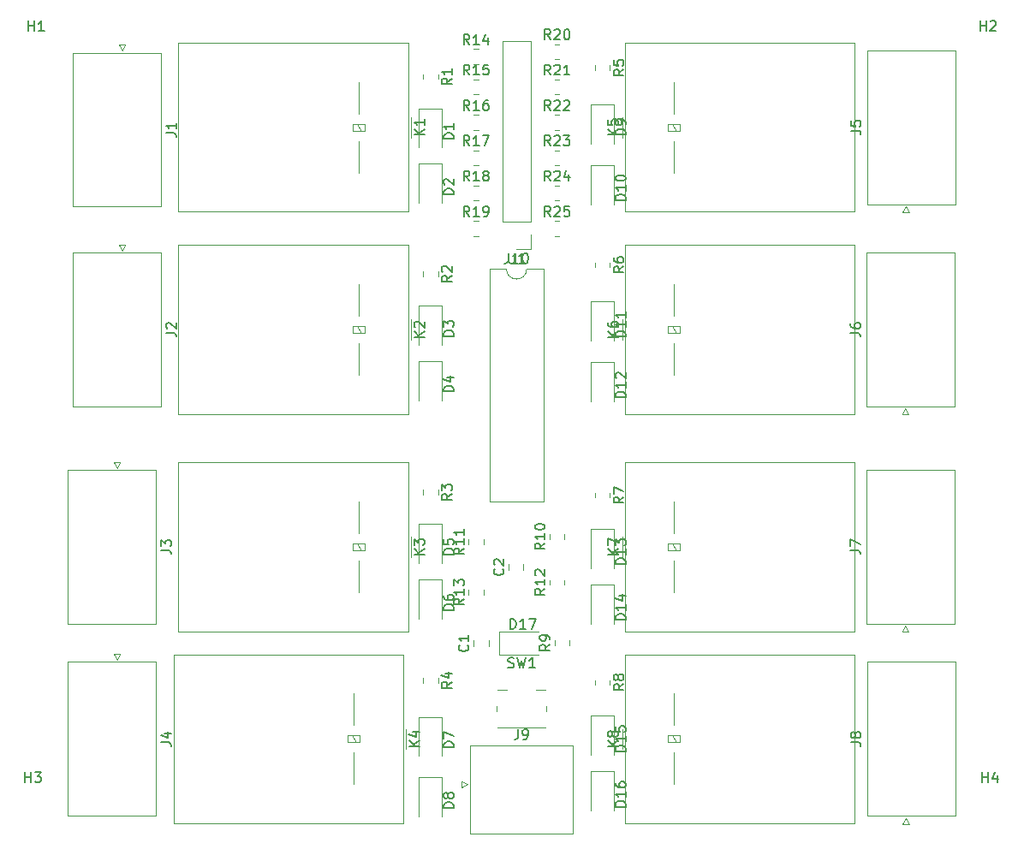
<source format=gbr>
%TF.GenerationSoftware,KiCad,Pcbnew,9.0.1*%
%TF.CreationDate,2025-07-11T18:37:37+05:30*%
%TF.ProjectId,relaymodule,72656c61-796d-46f6-9475-6c652e6b6963,rev?*%
%TF.SameCoordinates,Original*%
%TF.FileFunction,Legend,Top*%
%TF.FilePolarity,Positive*%
%FSLAX46Y46*%
G04 Gerber Fmt 4.6, Leading zero omitted, Abs format (unit mm)*
G04 Created by KiCad (PCBNEW 9.0.1) date 2025-07-11 18:37:37*
%MOMM*%
%LPD*%
G01*
G04 APERTURE LIST*
%ADD10C,0.150000*%
%ADD11C,0.120000*%
G04 APERTURE END LIST*
D10*
X195248920Y-133660644D02*
X195248920Y-132660644D01*
X195248920Y-133136834D02*
X195820348Y-133136834D01*
X195820348Y-133660644D02*
X195820348Y-132660644D01*
X196725110Y-132993977D02*
X196725110Y-133660644D01*
X196487015Y-132613025D02*
X196248920Y-133327310D01*
X196248920Y-133327310D02*
X196867967Y-133327310D01*
X142969819Y-70018094D02*
X141969819Y-70018094D01*
X141969819Y-70018094D02*
X141969819Y-69779999D01*
X141969819Y-69779999D02*
X142017438Y-69637142D01*
X142017438Y-69637142D02*
X142112676Y-69541904D01*
X142112676Y-69541904D02*
X142207914Y-69494285D01*
X142207914Y-69494285D02*
X142398390Y-69446666D01*
X142398390Y-69446666D02*
X142541247Y-69446666D01*
X142541247Y-69446666D02*
X142731723Y-69494285D01*
X142731723Y-69494285D02*
X142826961Y-69541904D01*
X142826961Y-69541904D02*
X142922200Y-69637142D01*
X142922200Y-69637142D02*
X142969819Y-69779999D01*
X142969819Y-69779999D02*
X142969819Y-70018094D01*
X142969819Y-68494285D02*
X142969819Y-69065713D01*
X142969819Y-68779999D02*
X141969819Y-68779999D01*
X141969819Y-68779999D02*
X142112676Y-68875237D01*
X142112676Y-68875237D02*
X142207914Y-68970475D01*
X142207914Y-68970475D02*
X142255533Y-69065713D01*
X152542142Y-74184819D02*
X152208809Y-73708628D01*
X151970714Y-74184819D02*
X151970714Y-73184819D01*
X151970714Y-73184819D02*
X152351666Y-73184819D01*
X152351666Y-73184819D02*
X152446904Y-73232438D01*
X152446904Y-73232438D02*
X152494523Y-73280057D01*
X152494523Y-73280057D02*
X152542142Y-73375295D01*
X152542142Y-73375295D02*
X152542142Y-73518152D01*
X152542142Y-73518152D02*
X152494523Y-73613390D01*
X152494523Y-73613390D02*
X152446904Y-73661009D01*
X152446904Y-73661009D02*
X152351666Y-73708628D01*
X152351666Y-73708628D02*
X151970714Y-73708628D01*
X152923095Y-73280057D02*
X152970714Y-73232438D01*
X152970714Y-73232438D02*
X153065952Y-73184819D01*
X153065952Y-73184819D02*
X153304047Y-73184819D01*
X153304047Y-73184819D02*
X153399285Y-73232438D01*
X153399285Y-73232438D02*
X153446904Y-73280057D01*
X153446904Y-73280057D02*
X153494523Y-73375295D01*
X153494523Y-73375295D02*
X153494523Y-73470533D01*
X153494523Y-73470533D02*
X153446904Y-73613390D01*
X153446904Y-73613390D02*
X152875476Y-74184819D01*
X152875476Y-74184819D02*
X153494523Y-74184819D01*
X154351666Y-73518152D02*
X154351666Y-74184819D01*
X154113571Y-73137200D02*
X153875476Y-73851485D01*
X153875476Y-73851485D02*
X154494523Y-73851485D01*
X182189819Y-89213333D02*
X182904104Y-89213333D01*
X182904104Y-89213333D02*
X183046961Y-89260952D01*
X183046961Y-89260952D02*
X183142200Y-89356190D01*
X183142200Y-89356190D02*
X183189819Y-89499047D01*
X183189819Y-89499047D02*
X183189819Y-89594285D01*
X182189819Y-88308571D02*
X182189819Y-88499047D01*
X182189819Y-88499047D02*
X182237438Y-88594285D01*
X182237438Y-88594285D02*
X182285057Y-88641904D01*
X182285057Y-88641904D02*
X182427914Y-88737142D01*
X182427914Y-88737142D02*
X182618390Y-88784761D01*
X182618390Y-88784761D02*
X182999342Y-88784761D01*
X182999342Y-88784761D02*
X183094580Y-88737142D01*
X183094580Y-88737142D02*
X183142200Y-88689523D01*
X183142200Y-88689523D02*
X183189819Y-88594285D01*
X183189819Y-88594285D02*
X183189819Y-88403809D01*
X183189819Y-88403809D02*
X183142200Y-88308571D01*
X183142200Y-88308571D02*
X183094580Y-88260952D01*
X183094580Y-88260952D02*
X182999342Y-88213333D01*
X182999342Y-88213333D02*
X182761247Y-88213333D01*
X182761247Y-88213333D02*
X182666009Y-88260952D01*
X182666009Y-88260952D02*
X182618390Y-88308571D01*
X182618390Y-88308571D02*
X182570771Y-88403809D01*
X182570771Y-88403809D02*
X182570771Y-88594285D01*
X182570771Y-88594285D02*
X182618390Y-88689523D01*
X182618390Y-88689523D02*
X182666009Y-88737142D01*
X182666009Y-88737142D02*
X182761247Y-88784761D01*
X159212319Y-130118094D02*
X158212319Y-130118094D01*
X159212319Y-129546666D02*
X158640890Y-129975237D01*
X158212319Y-129546666D02*
X158783747Y-130118094D01*
X158640890Y-128975237D02*
X158593271Y-129070475D01*
X158593271Y-129070475D02*
X158545652Y-129118094D01*
X158545652Y-129118094D02*
X158450414Y-129165713D01*
X158450414Y-129165713D02*
X158402795Y-129165713D01*
X158402795Y-129165713D02*
X158307557Y-129118094D01*
X158307557Y-129118094D02*
X158259938Y-129070475D01*
X158259938Y-129070475D02*
X158212319Y-128975237D01*
X158212319Y-128975237D02*
X158212319Y-128784761D01*
X158212319Y-128784761D02*
X158259938Y-128689523D01*
X158259938Y-128689523D02*
X158307557Y-128641904D01*
X158307557Y-128641904D02*
X158402795Y-128594285D01*
X158402795Y-128594285D02*
X158450414Y-128594285D01*
X158450414Y-128594285D02*
X158545652Y-128641904D01*
X158545652Y-128641904D02*
X158593271Y-128689523D01*
X158593271Y-128689523D02*
X158640890Y-128784761D01*
X158640890Y-128784761D02*
X158640890Y-128975237D01*
X158640890Y-128975237D02*
X158688509Y-129070475D01*
X158688509Y-129070475D02*
X158736128Y-129118094D01*
X158736128Y-129118094D02*
X158831366Y-129165713D01*
X158831366Y-129165713D02*
X159021842Y-129165713D01*
X159021842Y-129165713D02*
X159117080Y-129118094D01*
X159117080Y-129118094D02*
X159164700Y-129070475D01*
X159164700Y-129070475D02*
X159212319Y-128975237D01*
X159212319Y-128975237D02*
X159212319Y-128784761D01*
X159212319Y-128784761D02*
X159164700Y-128689523D01*
X159164700Y-128689523D02*
X159117080Y-128641904D01*
X159117080Y-128641904D02*
X159021842Y-128594285D01*
X159021842Y-128594285D02*
X158831366Y-128594285D01*
X158831366Y-128594285D02*
X158736128Y-128641904D01*
X158736128Y-128641904D02*
X158688509Y-128689523D01*
X158688509Y-128689523D02*
X158640890Y-128784761D01*
X142969819Y-111118094D02*
X141969819Y-111118094D01*
X141969819Y-111118094D02*
X141969819Y-110879999D01*
X141969819Y-110879999D02*
X142017438Y-110737142D01*
X142017438Y-110737142D02*
X142112676Y-110641904D01*
X142112676Y-110641904D02*
X142207914Y-110594285D01*
X142207914Y-110594285D02*
X142398390Y-110546666D01*
X142398390Y-110546666D02*
X142541247Y-110546666D01*
X142541247Y-110546666D02*
X142731723Y-110594285D01*
X142731723Y-110594285D02*
X142826961Y-110641904D01*
X142826961Y-110641904D02*
X142922200Y-110737142D01*
X142922200Y-110737142D02*
X142969819Y-110879999D01*
X142969819Y-110879999D02*
X142969819Y-111118094D01*
X141969819Y-109641904D02*
X141969819Y-110118094D01*
X141969819Y-110118094D02*
X142446009Y-110165713D01*
X142446009Y-110165713D02*
X142398390Y-110118094D01*
X142398390Y-110118094D02*
X142350771Y-110022856D01*
X142350771Y-110022856D02*
X142350771Y-109784761D01*
X142350771Y-109784761D02*
X142398390Y-109689523D01*
X142398390Y-109689523D02*
X142446009Y-109641904D01*
X142446009Y-109641904D02*
X142541247Y-109594285D01*
X142541247Y-109594285D02*
X142779342Y-109594285D01*
X142779342Y-109594285D02*
X142874580Y-109641904D01*
X142874580Y-109641904D02*
X142922200Y-109689523D01*
X142922200Y-109689523D02*
X142969819Y-109784761D01*
X142969819Y-109784761D02*
X142969819Y-110022856D01*
X142969819Y-110022856D02*
X142922200Y-110118094D01*
X142922200Y-110118094D02*
X142874580Y-110165713D01*
X142969819Y-116618094D02*
X141969819Y-116618094D01*
X141969819Y-116618094D02*
X141969819Y-116379999D01*
X141969819Y-116379999D02*
X142017438Y-116237142D01*
X142017438Y-116237142D02*
X142112676Y-116141904D01*
X142112676Y-116141904D02*
X142207914Y-116094285D01*
X142207914Y-116094285D02*
X142398390Y-116046666D01*
X142398390Y-116046666D02*
X142541247Y-116046666D01*
X142541247Y-116046666D02*
X142731723Y-116094285D01*
X142731723Y-116094285D02*
X142826961Y-116141904D01*
X142826961Y-116141904D02*
X142922200Y-116237142D01*
X142922200Y-116237142D02*
X142969819Y-116379999D01*
X142969819Y-116379999D02*
X142969819Y-116618094D01*
X141969819Y-115189523D02*
X141969819Y-115379999D01*
X141969819Y-115379999D02*
X142017438Y-115475237D01*
X142017438Y-115475237D02*
X142065057Y-115522856D01*
X142065057Y-115522856D02*
X142207914Y-115618094D01*
X142207914Y-115618094D02*
X142398390Y-115665713D01*
X142398390Y-115665713D02*
X142779342Y-115665713D01*
X142779342Y-115665713D02*
X142874580Y-115618094D01*
X142874580Y-115618094D02*
X142922200Y-115570475D01*
X142922200Y-115570475D02*
X142969819Y-115475237D01*
X142969819Y-115475237D02*
X142969819Y-115284761D01*
X142969819Y-115284761D02*
X142922200Y-115189523D01*
X142922200Y-115189523D02*
X142874580Y-115141904D01*
X142874580Y-115141904D02*
X142779342Y-115094285D01*
X142779342Y-115094285D02*
X142541247Y-115094285D01*
X142541247Y-115094285D02*
X142446009Y-115141904D01*
X142446009Y-115141904D02*
X142398390Y-115189523D01*
X142398390Y-115189523D02*
X142350771Y-115284761D01*
X142350771Y-115284761D02*
X142350771Y-115475237D01*
X142350771Y-115475237D02*
X142398390Y-115570475D01*
X142398390Y-115570475D02*
X142446009Y-115618094D01*
X142446009Y-115618094D02*
X142541247Y-115665713D01*
X159969819Y-89594285D02*
X158969819Y-89594285D01*
X158969819Y-89594285D02*
X158969819Y-89356190D01*
X158969819Y-89356190D02*
X159017438Y-89213333D01*
X159017438Y-89213333D02*
X159112676Y-89118095D01*
X159112676Y-89118095D02*
X159207914Y-89070476D01*
X159207914Y-89070476D02*
X159398390Y-89022857D01*
X159398390Y-89022857D02*
X159541247Y-89022857D01*
X159541247Y-89022857D02*
X159731723Y-89070476D01*
X159731723Y-89070476D02*
X159826961Y-89118095D01*
X159826961Y-89118095D02*
X159922200Y-89213333D01*
X159922200Y-89213333D02*
X159969819Y-89356190D01*
X159969819Y-89356190D02*
X159969819Y-89594285D01*
X159969819Y-88070476D02*
X159969819Y-88641904D01*
X159969819Y-88356190D02*
X158969819Y-88356190D01*
X158969819Y-88356190D02*
X159112676Y-88451428D01*
X159112676Y-88451428D02*
X159207914Y-88546666D01*
X159207914Y-88546666D02*
X159255533Y-88641904D01*
X159969819Y-87118095D02*
X159969819Y-87689523D01*
X159969819Y-87403809D02*
X158969819Y-87403809D01*
X158969819Y-87403809D02*
X159112676Y-87499047D01*
X159112676Y-87499047D02*
X159207914Y-87594285D01*
X159207914Y-87594285D02*
X159255533Y-87689523D01*
X151989819Y-114522857D02*
X151513628Y-114856190D01*
X151989819Y-115094285D02*
X150989819Y-115094285D01*
X150989819Y-115094285D02*
X150989819Y-114713333D01*
X150989819Y-114713333D02*
X151037438Y-114618095D01*
X151037438Y-114618095D02*
X151085057Y-114570476D01*
X151085057Y-114570476D02*
X151180295Y-114522857D01*
X151180295Y-114522857D02*
X151323152Y-114522857D01*
X151323152Y-114522857D02*
X151418390Y-114570476D01*
X151418390Y-114570476D02*
X151466009Y-114618095D01*
X151466009Y-114618095D02*
X151513628Y-114713333D01*
X151513628Y-114713333D02*
X151513628Y-115094285D01*
X151989819Y-113570476D02*
X151989819Y-114141904D01*
X151989819Y-113856190D02*
X150989819Y-113856190D01*
X150989819Y-113856190D02*
X151132676Y-113951428D01*
X151132676Y-113951428D02*
X151227914Y-114046666D01*
X151227914Y-114046666D02*
X151275533Y-114141904D01*
X151085057Y-113189523D02*
X151037438Y-113141904D01*
X151037438Y-113141904D02*
X150989819Y-113046666D01*
X150989819Y-113046666D02*
X150989819Y-112808571D01*
X150989819Y-112808571D02*
X151037438Y-112713333D01*
X151037438Y-112713333D02*
X151085057Y-112665714D01*
X151085057Y-112665714D02*
X151180295Y-112618095D01*
X151180295Y-112618095D02*
X151275533Y-112618095D01*
X151275533Y-112618095D02*
X151418390Y-112665714D01*
X151418390Y-112665714D02*
X151989819Y-113237142D01*
X151989819Y-113237142D02*
X151989819Y-112618095D01*
X142969819Y-89518094D02*
X141969819Y-89518094D01*
X141969819Y-89518094D02*
X141969819Y-89279999D01*
X141969819Y-89279999D02*
X142017438Y-89137142D01*
X142017438Y-89137142D02*
X142112676Y-89041904D01*
X142112676Y-89041904D02*
X142207914Y-88994285D01*
X142207914Y-88994285D02*
X142398390Y-88946666D01*
X142398390Y-88946666D02*
X142541247Y-88946666D01*
X142541247Y-88946666D02*
X142731723Y-88994285D01*
X142731723Y-88994285D02*
X142826961Y-89041904D01*
X142826961Y-89041904D02*
X142922200Y-89137142D01*
X142922200Y-89137142D02*
X142969819Y-89279999D01*
X142969819Y-89279999D02*
X142969819Y-89518094D01*
X141969819Y-88613332D02*
X141969819Y-87994285D01*
X141969819Y-87994285D02*
X142350771Y-88327618D01*
X142350771Y-88327618D02*
X142350771Y-88184761D01*
X142350771Y-88184761D02*
X142398390Y-88089523D01*
X142398390Y-88089523D02*
X142446009Y-88041904D01*
X142446009Y-88041904D02*
X142541247Y-87994285D01*
X142541247Y-87994285D02*
X142779342Y-87994285D01*
X142779342Y-87994285D02*
X142874580Y-88041904D01*
X142874580Y-88041904D02*
X142922200Y-88089523D01*
X142922200Y-88089523D02*
X142969819Y-88184761D01*
X142969819Y-88184761D02*
X142969819Y-88470475D01*
X142969819Y-88470475D02*
X142922200Y-88565713D01*
X142922200Y-88565713D02*
X142874580Y-88613332D01*
X182189819Y-110713333D02*
X182904104Y-110713333D01*
X182904104Y-110713333D02*
X183046961Y-110760952D01*
X183046961Y-110760952D02*
X183142200Y-110856190D01*
X183142200Y-110856190D02*
X183189819Y-110999047D01*
X183189819Y-110999047D02*
X183189819Y-111094285D01*
X182189819Y-110332380D02*
X182189819Y-109665714D01*
X182189819Y-109665714D02*
X183189819Y-110094285D01*
X144542142Y-67184819D02*
X144208809Y-66708628D01*
X143970714Y-67184819D02*
X143970714Y-66184819D01*
X143970714Y-66184819D02*
X144351666Y-66184819D01*
X144351666Y-66184819D02*
X144446904Y-66232438D01*
X144446904Y-66232438D02*
X144494523Y-66280057D01*
X144494523Y-66280057D02*
X144542142Y-66375295D01*
X144542142Y-66375295D02*
X144542142Y-66518152D01*
X144542142Y-66518152D02*
X144494523Y-66613390D01*
X144494523Y-66613390D02*
X144446904Y-66661009D01*
X144446904Y-66661009D02*
X144351666Y-66708628D01*
X144351666Y-66708628D02*
X143970714Y-66708628D01*
X145494523Y-67184819D02*
X144923095Y-67184819D01*
X145208809Y-67184819D02*
X145208809Y-66184819D01*
X145208809Y-66184819D02*
X145113571Y-66327676D01*
X145113571Y-66327676D02*
X145018333Y-66422914D01*
X145018333Y-66422914D02*
X144923095Y-66470533D01*
X146351666Y-66184819D02*
X146161190Y-66184819D01*
X146161190Y-66184819D02*
X146065952Y-66232438D01*
X146065952Y-66232438D02*
X146018333Y-66280057D01*
X146018333Y-66280057D02*
X145923095Y-66422914D01*
X145923095Y-66422914D02*
X145875476Y-66613390D01*
X145875476Y-66613390D02*
X145875476Y-66994342D01*
X145875476Y-66994342D02*
X145923095Y-67089580D01*
X145923095Y-67089580D02*
X145970714Y-67137200D01*
X145970714Y-67137200D02*
X146065952Y-67184819D01*
X146065952Y-67184819D02*
X146256428Y-67184819D01*
X146256428Y-67184819D02*
X146351666Y-67137200D01*
X146351666Y-67137200D02*
X146399285Y-67089580D01*
X146399285Y-67089580D02*
X146446904Y-66994342D01*
X146446904Y-66994342D02*
X146446904Y-66756247D01*
X146446904Y-66756247D02*
X146399285Y-66661009D01*
X146399285Y-66661009D02*
X146351666Y-66613390D01*
X146351666Y-66613390D02*
X146256428Y-66565771D01*
X146256428Y-66565771D02*
X146065952Y-66565771D01*
X146065952Y-66565771D02*
X145970714Y-66613390D01*
X145970714Y-66613390D02*
X145923095Y-66661009D01*
X145923095Y-66661009D02*
X145875476Y-66756247D01*
X142969819Y-130218094D02*
X141969819Y-130218094D01*
X141969819Y-130218094D02*
X141969819Y-129979999D01*
X141969819Y-129979999D02*
X142017438Y-129837142D01*
X142017438Y-129837142D02*
X142112676Y-129741904D01*
X142112676Y-129741904D02*
X142207914Y-129694285D01*
X142207914Y-129694285D02*
X142398390Y-129646666D01*
X142398390Y-129646666D02*
X142541247Y-129646666D01*
X142541247Y-129646666D02*
X142731723Y-129694285D01*
X142731723Y-129694285D02*
X142826961Y-129741904D01*
X142826961Y-129741904D02*
X142922200Y-129837142D01*
X142922200Y-129837142D02*
X142969819Y-129979999D01*
X142969819Y-129979999D02*
X142969819Y-130218094D01*
X141969819Y-129313332D02*
X141969819Y-128646666D01*
X141969819Y-128646666D02*
X142969819Y-129075237D01*
X144542142Y-60684819D02*
X144208809Y-60208628D01*
X143970714Y-60684819D02*
X143970714Y-59684819D01*
X143970714Y-59684819D02*
X144351666Y-59684819D01*
X144351666Y-59684819D02*
X144446904Y-59732438D01*
X144446904Y-59732438D02*
X144494523Y-59780057D01*
X144494523Y-59780057D02*
X144542142Y-59875295D01*
X144542142Y-59875295D02*
X144542142Y-60018152D01*
X144542142Y-60018152D02*
X144494523Y-60113390D01*
X144494523Y-60113390D02*
X144446904Y-60161009D01*
X144446904Y-60161009D02*
X144351666Y-60208628D01*
X144351666Y-60208628D02*
X143970714Y-60208628D01*
X145494523Y-60684819D02*
X144923095Y-60684819D01*
X145208809Y-60684819D02*
X145208809Y-59684819D01*
X145208809Y-59684819D02*
X145113571Y-59827676D01*
X145113571Y-59827676D02*
X145018333Y-59922914D01*
X145018333Y-59922914D02*
X144923095Y-59970533D01*
X146351666Y-60018152D02*
X146351666Y-60684819D01*
X146113571Y-59637200D02*
X145875476Y-60351485D01*
X145875476Y-60351485D02*
X146494523Y-60351485D01*
X100597270Y-133660644D02*
X100597270Y-132660644D01*
X100597270Y-133136834D02*
X101168698Y-133136834D01*
X101168698Y-133660644D02*
X101168698Y-132660644D01*
X101549651Y-132660644D02*
X102168698Y-132660644D01*
X102168698Y-132660644D02*
X101835365Y-133041596D01*
X101835365Y-133041596D02*
X101978222Y-133041596D01*
X101978222Y-133041596D02*
X102073460Y-133089215D01*
X102073460Y-133089215D02*
X102121079Y-133136834D01*
X102121079Y-133136834D02*
X102168698Y-133232072D01*
X102168698Y-133232072D02*
X102168698Y-133470167D01*
X102168698Y-133470167D02*
X102121079Y-133565405D01*
X102121079Y-133565405D02*
X102073460Y-133613025D01*
X102073460Y-133613025D02*
X101978222Y-133660644D01*
X101978222Y-133660644D02*
X101692508Y-133660644D01*
X101692508Y-133660644D02*
X101597270Y-133613025D01*
X101597270Y-133613025D02*
X101549651Y-133565405D01*
X142789819Y-83546666D02*
X142313628Y-83879999D01*
X142789819Y-84118094D02*
X141789819Y-84118094D01*
X141789819Y-84118094D02*
X141789819Y-83737142D01*
X141789819Y-83737142D02*
X141837438Y-83641904D01*
X141837438Y-83641904D02*
X141885057Y-83594285D01*
X141885057Y-83594285D02*
X141980295Y-83546666D01*
X141980295Y-83546666D02*
X142123152Y-83546666D01*
X142123152Y-83546666D02*
X142218390Y-83594285D01*
X142218390Y-83594285D02*
X142266009Y-83641904D01*
X142266009Y-83641904D02*
X142313628Y-83737142D01*
X142313628Y-83737142D02*
X142313628Y-84118094D01*
X141885057Y-83165713D02*
X141837438Y-83118094D01*
X141837438Y-83118094D02*
X141789819Y-83022856D01*
X141789819Y-83022856D02*
X141789819Y-82784761D01*
X141789819Y-82784761D02*
X141837438Y-82689523D01*
X141837438Y-82689523D02*
X141885057Y-82641904D01*
X141885057Y-82641904D02*
X141980295Y-82594285D01*
X141980295Y-82594285D02*
X142075533Y-82594285D01*
X142075533Y-82594285D02*
X142218390Y-82641904D01*
X142218390Y-82641904D02*
X142789819Y-83213332D01*
X142789819Y-83213332D02*
X142789819Y-82594285D01*
X195048095Y-59334819D02*
X195048095Y-58334819D01*
X195048095Y-58811009D02*
X195619523Y-58811009D01*
X195619523Y-59334819D02*
X195619523Y-58334819D01*
X196048095Y-58430057D02*
X196095714Y-58382438D01*
X196095714Y-58382438D02*
X196190952Y-58334819D01*
X196190952Y-58334819D02*
X196429047Y-58334819D01*
X196429047Y-58334819D02*
X196524285Y-58382438D01*
X196524285Y-58382438D02*
X196571904Y-58430057D01*
X196571904Y-58430057D02*
X196619523Y-58525295D01*
X196619523Y-58525295D02*
X196619523Y-58620533D01*
X196619523Y-58620533D02*
X196571904Y-58763390D01*
X196571904Y-58763390D02*
X196000476Y-59334819D01*
X196000476Y-59334819D02*
X196619523Y-59334819D01*
X147827080Y-112546666D02*
X147874700Y-112594285D01*
X147874700Y-112594285D02*
X147922319Y-112737142D01*
X147922319Y-112737142D02*
X147922319Y-112832380D01*
X147922319Y-112832380D02*
X147874700Y-112975237D01*
X147874700Y-112975237D02*
X147779461Y-113070475D01*
X147779461Y-113070475D02*
X147684223Y-113118094D01*
X147684223Y-113118094D02*
X147493747Y-113165713D01*
X147493747Y-113165713D02*
X147350890Y-113165713D01*
X147350890Y-113165713D02*
X147160414Y-113118094D01*
X147160414Y-113118094D02*
X147065176Y-113070475D01*
X147065176Y-113070475D02*
X146969938Y-112975237D01*
X146969938Y-112975237D02*
X146922319Y-112832380D01*
X146922319Y-112832380D02*
X146922319Y-112737142D01*
X146922319Y-112737142D02*
X146969938Y-112594285D01*
X146969938Y-112594285D02*
X147017557Y-112546666D01*
X147017557Y-112165713D02*
X146969938Y-112118094D01*
X146969938Y-112118094D02*
X146922319Y-112022856D01*
X146922319Y-112022856D02*
X146922319Y-111784761D01*
X146922319Y-111784761D02*
X146969938Y-111689523D01*
X146969938Y-111689523D02*
X147017557Y-111641904D01*
X147017557Y-111641904D02*
X147112795Y-111594285D01*
X147112795Y-111594285D02*
X147208033Y-111594285D01*
X147208033Y-111594285D02*
X147350890Y-111641904D01*
X147350890Y-111641904D02*
X147922319Y-112213332D01*
X147922319Y-112213332D02*
X147922319Y-111594285D01*
X114039819Y-110713333D02*
X114754104Y-110713333D01*
X114754104Y-110713333D02*
X114896961Y-110760952D01*
X114896961Y-110760952D02*
X114992200Y-110856190D01*
X114992200Y-110856190D02*
X115039819Y-110999047D01*
X115039819Y-110999047D02*
X115039819Y-111094285D01*
X114039819Y-110332380D02*
X114039819Y-109713333D01*
X114039819Y-109713333D02*
X114420771Y-110046666D01*
X114420771Y-110046666D02*
X114420771Y-109903809D01*
X114420771Y-109903809D02*
X114468390Y-109808571D01*
X114468390Y-109808571D02*
X114516009Y-109760952D01*
X114516009Y-109760952D02*
X114611247Y-109713333D01*
X114611247Y-109713333D02*
X114849342Y-109713333D01*
X114849342Y-109713333D02*
X114944580Y-109760952D01*
X114944580Y-109760952D02*
X114992200Y-109808571D01*
X114992200Y-109808571D02*
X115039819Y-109903809D01*
X115039819Y-109903809D02*
X115039819Y-110189523D01*
X115039819Y-110189523D02*
X114992200Y-110284761D01*
X114992200Y-110284761D02*
X114944580Y-110332380D01*
X144542142Y-77684819D02*
X144208809Y-77208628D01*
X143970714Y-77684819D02*
X143970714Y-76684819D01*
X143970714Y-76684819D02*
X144351666Y-76684819D01*
X144351666Y-76684819D02*
X144446904Y-76732438D01*
X144446904Y-76732438D02*
X144494523Y-76780057D01*
X144494523Y-76780057D02*
X144542142Y-76875295D01*
X144542142Y-76875295D02*
X144542142Y-77018152D01*
X144542142Y-77018152D02*
X144494523Y-77113390D01*
X144494523Y-77113390D02*
X144446904Y-77161009D01*
X144446904Y-77161009D02*
X144351666Y-77208628D01*
X144351666Y-77208628D02*
X143970714Y-77208628D01*
X145494523Y-77684819D02*
X144923095Y-77684819D01*
X145208809Y-77684819D02*
X145208809Y-76684819D01*
X145208809Y-76684819D02*
X145113571Y-76827676D01*
X145113571Y-76827676D02*
X145018333Y-76922914D01*
X145018333Y-76922914D02*
X144923095Y-76970533D01*
X145970714Y-77684819D02*
X146161190Y-77684819D01*
X146161190Y-77684819D02*
X146256428Y-77637200D01*
X146256428Y-77637200D02*
X146304047Y-77589580D01*
X146304047Y-77589580D02*
X146399285Y-77446723D01*
X146399285Y-77446723D02*
X146446904Y-77256247D01*
X146446904Y-77256247D02*
X146446904Y-76875295D01*
X146446904Y-76875295D02*
X146399285Y-76780057D01*
X146399285Y-76780057D02*
X146351666Y-76732438D01*
X146351666Y-76732438D02*
X146256428Y-76684819D01*
X146256428Y-76684819D02*
X146065952Y-76684819D01*
X146065952Y-76684819D02*
X145970714Y-76732438D01*
X145970714Y-76732438D02*
X145923095Y-76780057D01*
X145923095Y-76780057D02*
X145875476Y-76875295D01*
X145875476Y-76875295D02*
X145875476Y-77113390D01*
X145875476Y-77113390D02*
X145923095Y-77208628D01*
X145923095Y-77208628D02*
X145970714Y-77256247D01*
X145970714Y-77256247D02*
X146065952Y-77303866D01*
X146065952Y-77303866D02*
X146256428Y-77303866D01*
X146256428Y-77303866D02*
X146351666Y-77256247D01*
X146351666Y-77256247D02*
X146399285Y-77208628D01*
X146399285Y-77208628D02*
X146446904Y-77113390D01*
X159789819Y-123946666D02*
X159313628Y-124279999D01*
X159789819Y-124518094D02*
X158789819Y-124518094D01*
X158789819Y-124518094D02*
X158789819Y-124137142D01*
X158789819Y-124137142D02*
X158837438Y-124041904D01*
X158837438Y-124041904D02*
X158885057Y-123994285D01*
X158885057Y-123994285D02*
X158980295Y-123946666D01*
X158980295Y-123946666D02*
X159123152Y-123946666D01*
X159123152Y-123946666D02*
X159218390Y-123994285D01*
X159218390Y-123994285D02*
X159266009Y-124041904D01*
X159266009Y-124041904D02*
X159313628Y-124137142D01*
X159313628Y-124137142D02*
X159313628Y-124518094D01*
X159218390Y-123375237D02*
X159170771Y-123470475D01*
X159170771Y-123470475D02*
X159123152Y-123518094D01*
X159123152Y-123518094D02*
X159027914Y-123565713D01*
X159027914Y-123565713D02*
X158980295Y-123565713D01*
X158980295Y-123565713D02*
X158885057Y-123518094D01*
X158885057Y-123518094D02*
X158837438Y-123470475D01*
X158837438Y-123470475D02*
X158789819Y-123375237D01*
X158789819Y-123375237D02*
X158789819Y-123184761D01*
X158789819Y-123184761D02*
X158837438Y-123089523D01*
X158837438Y-123089523D02*
X158885057Y-123041904D01*
X158885057Y-123041904D02*
X158980295Y-122994285D01*
X158980295Y-122994285D02*
X159027914Y-122994285D01*
X159027914Y-122994285D02*
X159123152Y-123041904D01*
X159123152Y-123041904D02*
X159170771Y-123089523D01*
X159170771Y-123089523D02*
X159218390Y-123184761D01*
X159218390Y-123184761D02*
X159218390Y-123375237D01*
X159218390Y-123375237D02*
X159266009Y-123470475D01*
X159266009Y-123470475D02*
X159313628Y-123518094D01*
X159313628Y-123518094D02*
X159408866Y-123565713D01*
X159408866Y-123565713D02*
X159599342Y-123565713D01*
X159599342Y-123565713D02*
X159694580Y-123518094D01*
X159694580Y-123518094D02*
X159742200Y-123470475D01*
X159742200Y-123470475D02*
X159789819Y-123375237D01*
X159789819Y-123375237D02*
X159789819Y-123184761D01*
X159789819Y-123184761D02*
X159742200Y-123089523D01*
X159742200Y-123089523D02*
X159694580Y-123041904D01*
X159694580Y-123041904D02*
X159599342Y-122994285D01*
X159599342Y-122994285D02*
X159408866Y-122994285D01*
X159408866Y-122994285D02*
X159313628Y-123041904D01*
X159313628Y-123041904D02*
X159266009Y-123089523D01*
X159266009Y-123089523D02*
X159218390Y-123184761D01*
X140067319Y-69618094D02*
X139067319Y-69618094D01*
X140067319Y-69046666D02*
X139495890Y-69475237D01*
X139067319Y-69046666D02*
X139638747Y-69618094D01*
X140067319Y-68094285D02*
X140067319Y-68665713D01*
X140067319Y-68379999D02*
X139067319Y-68379999D01*
X139067319Y-68379999D02*
X139210176Y-68475237D01*
X139210176Y-68475237D02*
X139305414Y-68570475D01*
X139305414Y-68570475D02*
X139353033Y-68665713D01*
X159969819Y-117594285D02*
X158969819Y-117594285D01*
X158969819Y-117594285D02*
X158969819Y-117356190D01*
X158969819Y-117356190D02*
X159017438Y-117213333D01*
X159017438Y-117213333D02*
X159112676Y-117118095D01*
X159112676Y-117118095D02*
X159207914Y-117070476D01*
X159207914Y-117070476D02*
X159398390Y-117022857D01*
X159398390Y-117022857D02*
X159541247Y-117022857D01*
X159541247Y-117022857D02*
X159731723Y-117070476D01*
X159731723Y-117070476D02*
X159826961Y-117118095D01*
X159826961Y-117118095D02*
X159922200Y-117213333D01*
X159922200Y-117213333D02*
X159969819Y-117356190D01*
X159969819Y-117356190D02*
X159969819Y-117594285D01*
X159969819Y-116070476D02*
X159969819Y-116641904D01*
X159969819Y-116356190D02*
X158969819Y-116356190D01*
X158969819Y-116356190D02*
X159112676Y-116451428D01*
X159112676Y-116451428D02*
X159207914Y-116546666D01*
X159207914Y-116546666D02*
X159255533Y-116641904D01*
X159303152Y-115213333D02*
X159969819Y-115213333D01*
X158922200Y-115451428D02*
X159636485Y-115689523D01*
X159636485Y-115689523D02*
X159636485Y-115070476D01*
X159969819Y-69618094D02*
X158969819Y-69618094D01*
X158969819Y-69618094D02*
X158969819Y-69379999D01*
X158969819Y-69379999D02*
X159017438Y-69237142D01*
X159017438Y-69237142D02*
X159112676Y-69141904D01*
X159112676Y-69141904D02*
X159207914Y-69094285D01*
X159207914Y-69094285D02*
X159398390Y-69046666D01*
X159398390Y-69046666D02*
X159541247Y-69046666D01*
X159541247Y-69046666D02*
X159731723Y-69094285D01*
X159731723Y-69094285D02*
X159826961Y-69141904D01*
X159826961Y-69141904D02*
X159922200Y-69237142D01*
X159922200Y-69237142D02*
X159969819Y-69379999D01*
X159969819Y-69379999D02*
X159969819Y-69618094D01*
X159969819Y-68570475D02*
X159969819Y-68379999D01*
X159969819Y-68379999D02*
X159922200Y-68284761D01*
X159922200Y-68284761D02*
X159874580Y-68237142D01*
X159874580Y-68237142D02*
X159731723Y-68141904D01*
X159731723Y-68141904D02*
X159541247Y-68094285D01*
X159541247Y-68094285D02*
X159160295Y-68094285D01*
X159160295Y-68094285D02*
X159065057Y-68141904D01*
X159065057Y-68141904D02*
X159017438Y-68189523D01*
X159017438Y-68189523D02*
X158969819Y-68284761D01*
X158969819Y-68284761D02*
X158969819Y-68475237D01*
X158969819Y-68475237D02*
X159017438Y-68570475D01*
X159017438Y-68570475D02*
X159065057Y-68618094D01*
X159065057Y-68618094D02*
X159160295Y-68665713D01*
X159160295Y-68665713D02*
X159398390Y-68665713D01*
X159398390Y-68665713D02*
X159493628Y-68618094D01*
X159493628Y-68618094D02*
X159541247Y-68570475D01*
X159541247Y-68570475D02*
X159588866Y-68475237D01*
X159588866Y-68475237D02*
X159588866Y-68284761D01*
X159588866Y-68284761D02*
X159541247Y-68189523D01*
X159541247Y-68189523D02*
X159493628Y-68141904D01*
X159493628Y-68141904D02*
X159398390Y-68094285D01*
X152542142Y-60184819D02*
X152208809Y-59708628D01*
X151970714Y-60184819D02*
X151970714Y-59184819D01*
X151970714Y-59184819D02*
X152351666Y-59184819D01*
X152351666Y-59184819D02*
X152446904Y-59232438D01*
X152446904Y-59232438D02*
X152494523Y-59280057D01*
X152494523Y-59280057D02*
X152542142Y-59375295D01*
X152542142Y-59375295D02*
X152542142Y-59518152D01*
X152542142Y-59518152D02*
X152494523Y-59613390D01*
X152494523Y-59613390D02*
X152446904Y-59661009D01*
X152446904Y-59661009D02*
X152351666Y-59708628D01*
X152351666Y-59708628D02*
X151970714Y-59708628D01*
X152923095Y-59280057D02*
X152970714Y-59232438D01*
X152970714Y-59232438D02*
X153065952Y-59184819D01*
X153065952Y-59184819D02*
X153304047Y-59184819D01*
X153304047Y-59184819D02*
X153399285Y-59232438D01*
X153399285Y-59232438D02*
X153446904Y-59280057D01*
X153446904Y-59280057D02*
X153494523Y-59375295D01*
X153494523Y-59375295D02*
X153494523Y-59470533D01*
X153494523Y-59470533D02*
X153446904Y-59613390D01*
X153446904Y-59613390D02*
X152875476Y-60184819D01*
X152875476Y-60184819D02*
X153494523Y-60184819D01*
X154113571Y-59184819D02*
X154208809Y-59184819D01*
X154208809Y-59184819D02*
X154304047Y-59232438D01*
X154304047Y-59232438D02*
X154351666Y-59280057D01*
X154351666Y-59280057D02*
X154399285Y-59375295D01*
X154399285Y-59375295D02*
X154446904Y-59565771D01*
X154446904Y-59565771D02*
X154446904Y-59803866D01*
X154446904Y-59803866D02*
X154399285Y-59994342D01*
X154399285Y-59994342D02*
X154351666Y-60089580D01*
X154351666Y-60089580D02*
X154304047Y-60137200D01*
X154304047Y-60137200D02*
X154208809Y-60184819D01*
X154208809Y-60184819D02*
X154113571Y-60184819D01*
X154113571Y-60184819D02*
X154018333Y-60137200D01*
X154018333Y-60137200D02*
X153970714Y-60089580D01*
X153970714Y-60089580D02*
X153923095Y-59994342D01*
X153923095Y-59994342D02*
X153875476Y-59803866D01*
X153875476Y-59803866D02*
X153875476Y-59565771D01*
X153875476Y-59565771D02*
X153923095Y-59375295D01*
X153923095Y-59375295D02*
X153970714Y-59280057D01*
X153970714Y-59280057D02*
X154018333Y-59232438D01*
X154018333Y-59232438D02*
X154113571Y-59184819D01*
X114539819Y-69435833D02*
X115254104Y-69435833D01*
X115254104Y-69435833D02*
X115396961Y-69483452D01*
X115396961Y-69483452D02*
X115492200Y-69578690D01*
X115492200Y-69578690D02*
X115539819Y-69721547D01*
X115539819Y-69721547D02*
X115539819Y-69816785D01*
X115539819Y-68435833D02*
X115539819Y-69007261D01*
X115539819Y-68721547D02*
X114539819Y-68721547D01*
X114539819Y-68721547D02*
X114682676Y-68816785D01*
X114682676Y-68816785D02*
X114777914Y-68912023D01*
X114777914Y-68912023D02*
X114825533Y-69007261D01*
X148428095Y-81344819D02*
X148428095Y-82154342D01*
X148428095Y-82154342D02*
X148475714Y-82249580D01*
X148475714Y-82249580D02*
X148523333Y-82297200D01*
X148523333Y-82297200D02*
X148618571Y-82344819D01*
X148618571Y-82344819D02*
X148809047Y-82344819D01*
X148809047Y-82344819D02*
X148904285Y-82297200D01*
X148904285Y-82297200D02*
X148951904Y-82249580D01*
X148951904Y-82249580D02*
X148999523Y-82154342D01*
X148999523Y-82154342D02*
X148999523Y-81344819D01*
X149999523Y-82344819D02*
X149428095Y-82344819D01*
X149713809Y-82344819D02*
X149713809Y-81344819D01*
X149713809Y-81344819D02*
X149618571Y-81487676D01*
X149618571Y-81487676D02*
X149523333Y-81582914D01*
X149523333Y-81582914D02*
X149428095Y-81630533D01*
X152542142Y-70684819D02*
X152208809Y-70208628D01*
X151970714Y-70684819D02*
X151970714Y-69684819D01*
X151970714Y-69684819D02*
X152351666Y-69684819D01*
X152351666Y-69684819D02*
X152446904Y-69732438D01*
X152446904Y-69732438D02*
X152494523Y-69780057D01*
X152494523Y-69780057D02*
X152542142Y-69875295D01*
X152542142Y-69875295D02*
X152542142Y-70018152D01*
X152542142Y-70018152D02*
X152494523Y-70113390D01*
X152494523Y-70113390D02*
X152446904Y-70161009D01*
X152446904Y-70161009D02*
X152351666Y-70208628D01*
X152351666Y-70208628D02*
X151970714Y-70208628D01*
X152923095Y-69780057D02*
X152970714Y-69732438D01*
X152970714Y-69732438D02*
X153065952Y-69684819D01*
X153065952Y-69684819D02*
X153304047Y-69684819D01*
X153304047Y-69684819D02*
X153399285Y-69732438D01*
X153399285Y-69732438D02*
X153446904Y-69780057D01*
X153446904Y-69780057D02*
X153494523Y-69875295D01*
X153494523Y-69875295D02*
X153494523Y-69970533D01*
X153494523Y-69970533D02*
X153446904Y-70113390D01*
X153446904Y-70113390D02*
X152875476Y-70684819D01*
X152875476Y-70684819D02*
X153494523Y-70684819D01*
X153827857Y-69684819D02*
X154446904Y-69684819D01*
X154446904Y-69684819D02*
X154113571Y-70065771D01*
X154113571Y-70065771D02*
X154256428Y-70065771D01*
X154256428Y-70065771D02*
X154351666Y-70113390D01*
X154351666Y-70113390D02*
X154399285Y-70161009D01*
X154399285Y-70161009D02*
X154446904Y-70256247D01*
X154446904Y-70256247D02*
X154446904Y-70494342D01*
X154446904Y-70494342D02*
X154399285Y-70589580D01*
X154399285Y-70589580D02*
X154351666Y-70637200D01*
X154351666Y-70637200D02*
X154256428Y-70684819D01*
X154256428Y-70684819D02*
X153970714Y-70684819D01*
X153970714Y-70684819D02*
X153875476Y-70637200D01*
X153875476Y-70637200D02*
X153827857Y-70589580D01*
X148570714Y-118504819D02*
X148570714Y-117504819D01*
X148570714Y-117504819D02*
X148808809Y-117504819D01*
X148808809Y-117504819D02*
X148951666Y-117552438D01*
X148951666Y-117552438D02*
X149046904Y-117647676D01*
X149046904Y-117647676D02*
X149094523Y-117742914D01*
X149094523Y-117742914D02*
X149142142Y-117933390D01*
X149142142Y-117933390D02*
X149142142Y-118076247D01*
X149142142Y-118076247D02*
X149094523Y-118266723D01*
X149094523Y-118266723D02*
X149046904Y-118361961D01*
X149046904Y-118361961D02*
X148951666Y-118457200D01*
X148951666Y-118457200D02*
X148808809Y-118504819D01*
X148808809Y-118504819D02*
X148570714Y-118504819D01*
X150094523Y-118504819D02*
X149523095Y-118504819D01*
X149808809Y-118504819D02*
X149808809Y-117504819D01*
X149808809Y-117504819D02*
X149713571Y-117647676D01*
X149713571Y-117647676D02*
X149618333Y-117742914D01*
X149618333Y-117742914D02*
X149523095Y-117790533D01*
X150427857Y-117504819D02*
X151094523Y-117504819D01*
X151094523Y-117504819D02*
X150665952Y-118504819D01*
X143989819Y-110522857D02*
X143513628Y-110856190D01*
X143989819Y-111094285D02*
X142989819Y-111094285D01*
X142989819Y-111094285D02*
X142989819Y-110713333D01*
X142989819Y-110713333D02*
X143037438Y-110618095D01*
X143037438Y-110618095D02*
X143085057Y-110570476D01*
X143085057Y-110570476D02*
X143180295Y-110522857D01*
X143180295Y-110522857D02*
X143323152Y-110522857D01*
X143323152Y-110522857D02*
X143418390Y-110570476D01*
X143418390Y-110570476D02*
X143466009Y-110618095D01*
X143466009Y-110618095D02*
X143513628Y-110713333D01*
X143513628Y-110713333D02*
X143513628Y-111094285D01*
X143989819Y-109570476D02*
X143989819Y-110141904D01*
X143989819Y-109856190D02*
X142989819Y-109856190D01*
X142989819Y-109856190D02*
X143132676Y-109951428D01*
X143132676Y-109951428D02*
X143227914Y-110046666D01*
X143227914Y-110046666D02*
X143275533Y-110141904D01*
X143989819Y-108618095D02*
X143989819Y-109189523D01*
X143989819Y-108903809D02*
X142989819Y-108903809D01*
X142989819Y-108903809D02*
X143132676Y-108999047D01*
X143132676Y-108999047D02*
X143227914Y-109094285D01*
X143227914Y-109094285D02*
X143275533Y-109189523D01*
X144542142Y-70684819D02*
X144208809Y-70208628D01*
X143970714Y-70684819D02*
X143970714Y-69684819D01*
X143970714Y-69684819D02*
X144351666Y-69684819D01*
X144351666Y-69684819D02*
X144446904Y-69732438D01*
X144446904Y-69732438D02*
X144494523Y-69780057D01*
X144494523Y-69780057D02*
X144542142Y-69875295D01*
X144542142Y-69875295D02*
X144542142Y-70018152D01*
X144542142Y-70018152D02*
X144494523Y-70113390D01*
X144494523Y-70113390D02*
X144446904Y-70161009D01*
X144446904Y-70161009D02*
X144351666Y-70208628D01*
X144351666Y-70208628D02*
X143970714Y-70208628D01*
X145494523Y-70684819D02*
X144923095Y-70684819D01*
X145208809Y-70684819D02*
X145208809Y-69684819D01*
X145208809Y-69684819D02*
X145113571Y-69827676D01*
X145113571Y-69827676D02*
X145018333Y-69922914D01*
X145018333Y-69922914D02*
X144923095Y-69970533D01*
X145827857Y-69684819D02*
X146494523Y-69684819D01*
X146494523Y-69684819D02*
X146065952Y-70684819D01*
X144364580Y-120084166D02*
X144412200Y-120131785D01*
X144412200Y-120131785D02*
X144459819Y-120274642D01*
X144459819Y-120274642D02*
X144459819Y-120369880D01*
X144459819Y-120369880D02*
X144412200Y-120512737D01*
X144412200Y-120512737D02*
X144316961Y-120607975D01*
X144316961Y-120607975D02*
X144221723Y-120655594D01*
X144221723Y-120655594D02*
X144031247Y-120703213D01*
X144031247Y-120703213D02*
X143888390Y-120703213D01*
X143888390Y-120703213D02*
X143697914Y-120655594D01*
X143697914Y-120655594D02*
X143602676Y-120607975D01*
X143602676Y-120607975D02*
X143507438Y-120512737D01*
X143507438Y-120512737D02*
X143459819Y-120369880D01*
X143459819Y-120369880D02*
X143459819Y-120274642D01*
X143459819Y-120274642D02*
X143507438Y-120131785D01*
X143507438Y-120131785D02*
X143555057Y-120084166D01*
X144459819Y-119131785D02*
X144459819Y-119703213D01*
X144459819Y-119417499D02*
X143459819Y-119417499D01*
X143459819Y-119417499D02*
X143602676Y-119512737D01*
X143602676Y-119512737D02*
X143697914Y-119607975D01*
X143697914Y-119607975D02*
X143745533Y-119703213D01*
X144542142Y-63684819D02*
X144208809Y-63208628D01*
X143970714Y-63684819D02*
X143970714Y-62684819D01*
X143970714Y-62684819D02*
X144351666Y-62684819D01*
X144351666Y-62684819D02*
X144446904Y-62732438D01*
X144446904Y-62732438D02*
X144494523Y-62780057D01*
X144494523Y-62780057D02*
X144542142Y-62875295D01*
X144542142Y-62875295D02*
X144542142Y-63018152D01*
X144542142Y-63018152D02*
X144494523Y-63113390D01*
X144494523Y-63113390D02*
X144446904Y-63161009D01*
X144446904Y-63161009D02*
X144351666Y-63208628D01*
X144351666Y-63208628D02*
X143970714Y-63208628D01*
X145494523Y-63684819D02*
X144923095Y-63684819D01*
X145208809Y-63684819D02*
X145208809Y-62684819D01*
X145208809Y-62684819D02*
X145113571Y-62827676D01*
X145113571Y-62827676D02*
X145018333Y-62922914D01*
X145018333Y-62922914D02*
X144923095Y-62970533D01*
X146399285Y-62684819D02*
X145923095Y-62684819D01*
X145923095Y-62684819D02*
X145875476Y-63161009D01*
X145875476Y-63161009D02*
X145923095Y-63113390D01*
X145923095Y-63113390D02*
X146018333Y-63065771D01*
X146018333Y-63065771D02*
X146256428Y-63065771D01*
X146256428Y-63065771D02*
X146351666Y-63113390D01*
X146351666Y-63113390D02*
X146399285Y-63161009D01*
X146399285Y-63161009D02*
X146446904Y-63256247D01*
X146446904Y-63256247D02*
X146446904Y-63494342D01*
X146446904Y-63494342D02*
X146399285Y-63589580D01*
X146399285Y-63589580D02*
X146351666Y-63637200D01*
X146351666Y-63637200D02*
X146256428Y-63684819D01*
X146256428Y-63684819D02*
X146018333Y-63684819D01*
X146018333Y-63684819D02*
X145923095Y-63637200D01*
X145923095Y-63637200D02*
X145875476Y-63589580D01*
X159789819Y-105446666D02*
X159313628Y-105779999D01*
X159789819Y-106018094D02*
X158789819Y-106018094D01*
X158789819Y-106018094D02*
X158789819Y-105637142D01*
X158789819Y-105637142D02*
X158837438Y-105541904D01*
X158837438Y-105541904D02*
X158885057Y-105494285D01*
X158885057Y-105494285D02*
X158980295Y-105446666D01*
X158980295Y-105446666D02*
X159123152Y-105446666D01*
X159123152Y-105446666D02*
X159218390Y-105494285D01*
X159218390Y-105494285D02*
X159266009Y-105541904D01*
X159266009Y-105541904D02*
X159313628Y-105637142D01*
X159313628Y-105637142D02*
X159313628Y-106018094D01*
X158789819Y-105113332D02*
X158789819Y-104446666D01*
X158789819Y-104446666D02*
X159789819Y-104875237D01*
X182239819Y-129713333D02*
X182954104Y-129713333D01*
X182954104Y-129713333D02*
X183096961Y-129760952D01*
X183096961Y-129760952D02*
X183192200Y-129856190D01*
X183192200Y-129856190D02*
X183239819Y-129999047D01*
X183239819Y-129999047D02*
X183239819Y-130094285D01*
X182668390Y-129094285D02*
X182620771Y-129189523D01*
X182620771Y-129189523D02*
X182573152Y-129237142D01*
X182573152Y-129237142D02*
X182477914Y-129284761D01*
X182477914Y-129284761D02*
X182430295Y-129284761D01*
X182430295Y-129284761D02*
X182335057Y-129237142D01*
X182335057Y-129237142D02*
X182287438Y-129189523D01*
X182287438Y-129189523D02*
X182239819Y-129094285D01*
X182239819Y-129094285D02*
X182239819Y-128903809D01*
X182239819Y-128903809D02*
X182287438Y-128808571D01*
X182287438Y-128808571D02*
X182335057Y-128760952D01*
X182335057Y-128760952D02*
X182430295Y-128713333D01*
X182430295Y-128713333D02*
X182477914Y-128713333D01*
X182477914Y-128713333D02*
X182573152Y-128760952D01*
X182573152Y-128760952D02*
X182620771Y-128808571D01*
X182620771Y-128808571D02*
X182668390Y-128903809D01*
X182668390Y-128903809D02*
X182668390Y-129094285D01*
X182668390Y-129094285D02*
X182716009Y-129189523D01*
X182716009Y-129189523D02*
X182763628Y-129237142D01*
X182763628Y-129237142D02*
X182858866Y-129284761D01*
X182858866Y-129284761D02*
X183049342Y-129284761D01*
X183049342Y-129284761D02*
X183144580Y-129237142D01*
X183144580Y-129237142D02*
X183192200Y-129189523D01*
X183192200Y-129189523D02*
X183239819Y-129094285D01*
X183239819Y-129094285D02*
X183239819Y-128903809D01*
X183239819Y-128903809D02*
X183192200Y-128808571D01*
X183192200Y-128808571D02*
X183144580Y-128760952D01*
X183144580Y-128760952D02*
X183049342Y-128713333D01*
X183049342Y-128713333D02*
X182858866Y-128713333D01*
X182858866Y-128713333D02*
X182763628Y-128760952D01*
X182763628Y-128760952D02*
X182716009Y-128808571D01*
X182716009Y-128808571D02*
X182668390Y-128903809D01*
X159969819Y-112094285D02*
X158969819Y-112094285D01*
X158969819Y-112094285D02*
X158969819Y-111856190D01*
X158969819Y-111856190D02*
X159017438Y-111713333D01*
X159017438Y-111713333D02*
X159112676Y-111618095D01*
X159112676Y-111618095D02*
X159207914Y-111570476D01*
X159207914Y-111570476D02*
X159398390Y-111522857D01*
X159398390Y-111522857D02*
X159541247Y-111522857D01*
X159541247Y-111522857D02*
X159731723Y-111570476D01*
X159731723Y-111570476D02*
X159826961Y-111618095D01*
X159826961Y-111618095D02*
X159922200Y-111713333D01*
X159922200Y-111713333D02*
X159969819Y-111856190D01*
X159969819Y-111856190D02*
X159969819Y-112094285D01*
X159969819Y-110570476D02*
X159969819Y-111141904D01*
X159969819Y-110856190D02*
X158969819Y-110856190D01*
X158969819Y-110856190D02*
X159112676Y-110951428D01*
X159112676Y-110951428D02*
X159207914Y-111046666D01*
X159207914Y-111046666D02*
X159255533Y-111141904D01*
X158969819Y-110237142D02*
X158969819Y-109618095D01*
X158969819Y-109618095D02*
X159350771Y-109951428D01*
X159350771Y-109951428D02*
X159350771Y-109808571D01*
X159350771Y-109808571D02*
X159398390Y-109713333D01*
X159398390Y-109713333D02*
X159446009Y-109665714D01*
X159446009Y-109665714D02*
X159541247Y-109618095D01*
X159541247Y-109618095D02*
X159779342Y-109618095D01*
X159779342Y-109618095D02*
X159874580Y-109665714D01*
X159874580Y-109665714D02*
X159922200Y-109713333D01*
X159922200Y-109713333D02*
X159969819Y-109808571D01*
X159969819Y-109808571D02*
X159969819Y-110094285D01*
X159969819Y-110094285D02*
X159922200Y-110189523D01*
X159922200Y-110189523D02*
X159874580Y-110237142D01*
X159212319Y-89618094D02*
X158212319Y-89618094D01*
X159212319Y-89046666D02*
X158640890Y-89475237D01*
X158212319Y-89046666D02*
X158783747Y-89618094D01*
X158212319Y-88189523D02*
X158212319Y-88379999D01*
X158212319Y-88379999D02*
X158259938Y-88475237D01*
X158259938Y-88475237D02*
X158307557Y-88522856D01*
X158307557Y-88522856D02*
X158450414Y-88618094D01*
X158450414Y-88618094D02*
X158640890Y-88665713D01*
X158640890Y-88665713D02*
X159021842Y-88665713D01*
X159021842Y-88665713D02*
X159117080Y-88618094D01*
X159117080Y-88618094D02*
X159164700Y-88570475D01*
X159164700Y-88570475D02*
X159212319Y-88475237D01*
X159212319Y-88475237D02*
X159212319Y-88284761D01*
X159212319Y-88284761D02*
X159164700Y-88189523D01*
X159164700Y-88189523D02*
X159117080Y-88141904D01*
X159117080Y-88141904D02*
X159021842Y-88094285D01*
X159021842Y-88094285D02*
X158783747Y-88094285D01*
X158783747Y-88094285D02*
X158688509Y-88141904D01*
X158688509Y-88141904D02*
X158640890Y-88189523D01*
X158640890Y-88189523D02*
X158593271Y-88284761D01*
X158593271Y-88284761D02*
X158593271Y-88475237D01*
X158593271Y-88475237D02*
X158640890Y-88570475D01*
X158640890Y-88570475D02*
X158688509Y-88618094D01*
X158688509Y-88618094D02*
X158783747Y-88665713D01*
X159212319Y-111118094D02*
X158212319Y-111118094D01*
X159212319Y-110546666D02*
X158640890Y-110975237D01*
X158212319Y-110546666D02*
X158783747Y-111118094D01*
X158212319Y-110213332D02*
X158212319Y-109546666D01*
X158212319Y-109546666D02*
X159212319Y-109975237D01*
X142969819Y-95018094D02*
X141969819Y-95018094D01*
X141969819Y-95018094D02*
X141969819Y-94779999D01*
X141969819Y-94779999D02*
X142017438Y-94637142D01*
X142017438Y-94637142D02*
X142112676Y-94541904D01*
X142112676Y-94541904D02*
X142207914Y-94494285D01*
X142207914Y-94494285D02*
X142398390Y-94446666D01*
X142398390Y-94446666D02*
X142541247Y-94446666D01*
X142541247Y-94446666D02*
X142731723Y-94494285D01*
X142731723Y-94494285D02*
X142826961Y-94541904D01*
X142826961Y-94541904D02*
X142922200Y-94637142D01*
X142922200Y-94637142D02*
X142969819Y-94779999D01*
X142969819Y-94779999D02*
X142969819Y-95018094D01*
X142303152Y-93589523D02*
X142969819Y-93589523D01*
X141922200Y-93827618D02*
X142636485Y-94065713D01*
X142636485Y-94065713D02*
X142636485Y-93446666D01*
X143989819Y-115522857D02*
X143513628Y-115856190D01*
X143989819Y-116094285D02*
X142989819Y-116094285D01*
X142989819Y-116094285D02*
X142989819Y-115713333D01*
X142989819Y-115713333D02*
X143037438Y-115618095D01*
X143037438Y-115618095D02*
X143085057Y-115570476D01*
X143085057Y-115570476D02*
X143180295Y-115522857D01*
X143180295Y-115522857D02*
X143323152Y-115522857D01*
X143323152Y-115522857D02*
X143418390Y-115570476D01*
X143418390Y-115570476D02*
X143466009Y-115618095D01*
X143466009Y-115618095D02*
X143513628Y-115713333D01*
X143513628Y-115713333D02*
X143513628Y-116094285D01*
X143989819Y-114570476D02*
X143989819Y-115141904D01*
X143989819Y-114856190D02*
X142989819Y-114856190D01*
X142989819Y-114856190D02*
X143132676Y-114951428D01*
X143132676Y-114951428D02*
X143227914Y-115046666D01*
X143227914Y-115046666D02*
X143275533Y-115141904D01*
X142989819Y-114237142D02*
X142989819Y-113618095D01*
X142989819Y-113618095D02*
X143370771Y-113951428D01*
X143370771Y-113951428D02*
X143370771Y-113808571D01*
X143370771Y-113808571D02*
X143418390Y-113713333D01*
X143418390Y-113713333D02*
X143466009Y-113665714D01*
X143466009Y-113665714D02*
X143561247Y-113618095D01*
X143561247Y-113618095D02*
X143799342Y-113618095D01*
X143799342Y-113618095D02*
X143894580Y-113665714D01*
X143894580Y-113665714D02*
X143942200Y-113713333D01*
X143942200Y-113713333D02*
X143989819Y-113808571D01*
X143989819Y-113808571D02*
X143989819Y-114094285D01*
X143989819Y-114094285D02*
X143942200Y-114189523D01*
X143942200Y-114189523D02*
X143894580Y-114237142D01*
X159789819Y-63146666D02*
X159313628Y-63479999D01*
X159789819Y-63718094D02*
X158789819Y-63718094D01*
X158789819Y-63718094D02*
X158789819Y-63337142D01*
X158789819Y-63337142D02*
X158837438Y-63241904D01*
X158837438Y-63241904D02*
X158885057Y-63194285D01*
X158885057Y-63194285D02*
X158980295Y-63146666D01*
X158980295Y-63146666D02*
X159123152Y-63146666D01*
X159123152Y-63146666D02*
X159218390Y-63194285D01*
X159218390Y-63194285D02*
X159266009Y-63241904D01*
X159266009Y-63241904D02*
X159313628Y-63337142D01*
X159313628Y-63337142D02*
X159313628Y-63718094D01*
X158789819Y-62241904D02*
X158789819Y-62718094D01*
X158789819Y-62718094D02*
X159266009Y-62765713D01*
X159266009Y-62765713D02*
X159218390Y-62718094D01*
X159218390Y-62718094D02*
X159170771Y-62622856D01*
X159170771Y-62622856D02*
X159170771Y-62384761D01*
X159170771Y-62384761D02*
X159218390Y-62289523D01*
X159218390Y-62289523D02*
X159266009Y-62241904D01*
X159266009Y-62241904D02*
X159361247Y-62194285D01*
X159361247Y-62194285D02*
X159599342Y-62194285D01*
X159599342Y-62194285D02*
X159694580Y-62241904D01*
X159694580Y-62241904D02*
X159742200Y-62289523D01*
X159742200Y-62289523D02*
X159789819Y-62384761D01*
X159789819Y-62384761D02*
X159789819Y-62622856D01*
X159789819Y-62622856D02*
X159742200Y-62718094D01*
X159742200Y-62718094D02*
X159694580Y-62765713D01*
X100923095Y-59334819D02*
X100923095Y-58334819D01*
X100923095Y-58811009D02*
X101494523Y-58811009D01*
X101494523Y-59334819D02*
X101494523Y-58334819D01*
X102494523Y-59334819D02*
X101923095Y-59334819D01*
X102208809Y-59334819D02*
X102208809Y-58334819D01*
X102208809Y-58334819D02*
X102113571Y-58477676D01*
X102113571Y-58477676D02*
X102018333Y-58572914D01*
X102018333Y-58572914D02*
X101923095Y-58620533D01*
X142969819Y-75518094D02*
X141969819Y-75518094D01*
X141969819Y-75518094D02*
X141969819Y-75279999D01*
X141969819Y-75279999D02*
X142017438Y-75137142D01*
X142017438Y-75137142D02*
X142112676Y-75041904D01*
X142112676Y-75041904D02*
X142207914Y-74994285D01*
X142207914Y-74994285D02*
X142398390Y-74946666D01*
X142398390Y-74946666D02*
X142541247Y-74946666D01*
X142541247Y-74946666D02*
X142731723Y-74994285D01*
X142731723Y-74994285D02*
X142826961Y-75041904D01*
X142826961Y-75041904D02*
X142922200Y-75137142D01*
X142922200Y-75137142D02*
X142969819Y-75279999D01*
X142969819Y-75279999D02*
X142969819Y-75518094D01*
X142065057Y-74565713D02*
X142017438Y-74518094D01*
X142017438Y-74518094D02*
X141969819Y-74422856D01*
X141969819Y-74422856D02*
X141969819Y-74184761D01*
X141969819Y-74184761D02*
X142017438Y-74089523D01*
X142017438Y-74089523D02*
X142065057Y-74041904D01*
X142065057Y-74041904D02*
X142160295Y-73994285D01*
X142160295Y-73994285D02*
X142255533Y-73994285D01*
X142255533Y-73994285D02*
X142398390Y-74041904D01*
X142398390Y-74041904D02*
X142969819Y-74613332D01*
X142969819Y-74613332D02*
X142969819Y-73994285D01*
X159969819Y-76094285D02*
X158969819Y-76094285D01*
X158969819Y-76094285D02*
X158969819Y-75856190D01*
X158969819Y-75856190D02*
X159017438Y-75713333D01*
X159017438Y-75713333D02*
X159112676Y-75618095D01*
X159112676Y-75618095D02*
X159207914Y-75570476D01*
X159207914Y-75570476D02*
X159398390Y-75522857D01*
X159398390Y-75522857D02*
X159541247Y-75522857D01*
X159541247Y-75522857D02*
X159731723Y-75570476D01*
X159731723Y-75570476D02*
X159826961Y-75618095D01*
X159826961Y-75618095D02*
X159922200Y-75713333D01*
X159922200Y-75713333D02*
X159969819Y-75856190D01*
X159969819Y-75856190D02*
X159969819Y-76094285D01*
X159969819Y-74570476D02*
X159969819Y-75141904D01*
X159969819Y-74856190D02*
X158969819Y-74856190D01*
X158969819Y-74856190D02*
X159112676Y-74951428D01*
X159112676Y-74951428D02*
X159207914Y-75046666D01*
X159207914Y-75046666D02*
X159255533Y-75141904D01*
X158969819Y-73951428D02*
X158969819Y-73856190D01*
X158969819Y-73856190D02*
X159017438Y-73760952D01*
X159017438Y-73760952D02*
X159065057Y-73713333D01*
X159065057Y-73713333D02*
X159160295Y-73665714D01*
X159160295Y-73665714D02*
X159350771Y-73618095D01*
X159350771Y-73618095D02*
X159588866Y-73618095D01*
X159588866Y-73618095D02*
X159779342Y-73665714D01*
X159779342Y-73665714D02*
X159874580Y-73713333D01*
X159874580Y-73713333D02*
X159922200Y-73760952D01*
X159922200Y-73760952D02*
X159969819Y-73856190D01*
X159969819Y-73856190D02*
X159969819Y-73951428D01*
X159969819Y-73951428D02*
X159922200Y-74046666D01*
X159922200Y-74046666D02*
X159874580Y-74094285D01*
X159874580Y-74094285D02*
X159779342Y-74141904D01*
X159779342Y-74141904D02*
X159588866Y-74189523D01*
X159588866Y-74189523D02*
X159350771Y-74189523D01*
X159350771Y-74189523D02*
X159160295Y-74141904D01*
X159160295Y-74141904D02*
X159065057Y-74094285D01*
X159065057Y-74094285D02*
X159017438Y-74046666D01*
X159017438Y-74046666D02*
X158969819Y-73951428D01*
X114539819Y-89213333D02*
X115254104Y-89213333D01*
X115254104Y-89213333D02*
X115396961Y-89260952D01*
X115396961Y-89260952D02*
X115492200Y-89356190D01*
X115492200Y-89356190D02*
X115539819Y-89499047D01*
X115539819Y-89499047D02*
X115539819Y-89594285D01*
X114635057Y-88784761D02*
X114587438Y-88737142D01*
X114587438Y-88737142D02*
X114539819Y-88641904D01*
X114539819Y-88641904D02*
X114539819Y-88403809D01*
X114539819Y-88403809D02*
X114587438Y-88308571D01*
X114587438Y-88308571D02*
X114635057Y-88260952D01*
X114635057Y-88260952D02*
X114730295Y-88213333D01*
X114730295Y-88213333D02*
X114825533Y-88213333D01*
X114825533Y-88213333D02*
X114968390Y-88260952D01*
X114968390Y-88260952D02*
X115539819Y-88832380D01*
X115539819Y-88832380D02*
X115539819Y-88213333D01*
X159212319Y-69618094D02*
X158212319Y-69618094D01*
X159212319Y-69046666D02*
X158640890Y-69475237D01*
X158212319Y-69046666D02*
X158783747Y-69618094D01*
X158212319Y-68141904D02*
X158212319Y-68618094D01*
X158212319Y-68618094D02*
X158688509Y-68665713D01*
X158688509Y-68665713D02*
X158640890Y-68618094D01*
X158640890Y-68618094D02*
X158593271Y-68522856D01*
X158593271Y-68522856D02*
X158593271Y-68284761D01*
X158593271Y-68284761D02*
X158640890Y-68189523D01*
X158640890Y-68189523D02*
X158688509Y-68141904D01*
X158688509Y-68141904D02*
X158783747Y-68094285D01*
X158783747Y-68094285D02*
X159021842Y-68094285D01*
X159021842Y-68094285D02*
X159117080Y-68141904D01*
X159117080Y-68141904D02*
X159164700Y-68189523D01*
X159164700Y-68189523D02*
X159212319Y-68284761D01*
X159212319Y-68284761D02*
X159212319Y-68522856D01*
X159212319Y-68522856D02*
X159164700Y-68618094D01*
X159164700Y-68618094D02*
X159117080Y-68665713D01*
X159969819Y-95594285D02*
X158969819Y-95594285D01*
X158969819Y-95594285D02*
X158969819Y-95356190D01*
X158969819Y-95356190D02*
X159017438Y-95213333D01*
X159017438Y-95213333D02*
X159112676Y-95118095D01*
X159112676Y-95118095D02*
X159207914Y-95070476D01*
X159207914Y-95070476D02*
X159398390Y-95022857D01*
X159398390Y-95022857D02*
X159541247Y-95022857D01*
X159541247Y-95022857D02*
X159731723Y-95070476D01*
X159731723Y-95070476D02*
X159826961Y-95118095D01*
X159826961Y-95118095D02*
X159922200Y-95213333D01*
X159922200Y-95213333D02*
X159969819Y-95356190D01*
X159969819Y-95356190D02*
X159969819Y-95594285D01*
X159969819Y-94070476D02*
X159969819Y-94641904D01*
X159969819Y-94356190D02*
X158969819Y-94356190D01*
X158969819Y-94356190D02*
X159112676Y-94451428D01*
X159112676Y-94451428D02*
X159207914Y-94546666D01*
X159207914Y-94546666D02*
X159255533Y-94641904D01*
X159065057Y-93689523D02*
X159017438Y-93641904D01*
X159017438Y-93641904D02*
X158969819Y-93546666D01*
X158969819Y-93546666D02*
X158969819Y-93308571D01*
X158969819Y-93308571D02*
X159017438Y-93213333D01*
X159017438Y-93213333D02*
X159065057Y-93165714D01*
X159065057Y-93165714D02*
X159160295Y-93118095D01*
X159160295Y-93118095D02*
X159255533Y-93118095D01*
X159255533Y-93118095D02*
X159398390Y-93165714D01*
X159398390Y-93165714D02*
X159969819Y-93737142D01*
X159969819Y-93737142D02*
X159969819Y-93118095D01*
X152542142Y-67184819D02*
X152208809Y-66708628D01*
X151970714Y-67184819D02*
X151970714Y-66184819D01*
X151970714Y-66184819D02*
X152351666Y-66184819D01*
X152351666Y-66184819D02*
X152446904Y-66232438D01*
X152446904Y-66232438D02*
X152494523Y-66280057D01*
X152494523Y-66280057D02*
X152542142Y-66375295D01*
X152542142Y-66375295D02*
X152542142Y-66518152D01*
X152542142Y-66518152D02*
X152494523Y-66613390D01*
X152494523Y-66613390D02*
X152446904Y-66661009D01*
X152446904Y-66661009D02*
X152351666Y-66708628D01*
X152351666Y-66708628D02*
X151970714Y-66708628D01*
X152923095Y-66280057D02*
X152970714Y-66232438D01*
X152970714Y-66232438D02*
X153065952Y-66184819D01*
X153065952Y-66184819D02*
X153304047Y-66184819D01*
X153304047Y-66184819D02*
X153399285Y-66232438D01*
X153399285Y-66232438D02*
X153446904Y-66280057D01*
X153446904Y-66280057D02*
X153494523Y-66375295D01*
X153494523Y-66375295D02*
X153494523Y-66470533D01*
X153494523Y-66470533D02*
X153446904Y-66613390D01*
X153446904Y-66613390D02*
X152875476Y-67184819D01*
X152875476Y-67184819D02*
X153494523Y-67184819D01*
X153875476Y-66280057D02*
X153923095Y-66232438D01*
X153923095Y-66232438D02*
X154018333Y-66184819D01*
X154018333Y-66184819D02*
X154256428Y-66184819D01*
X154256428Y-66184819D02*
X154351666Y-66232438D01*
X154351666Y-66232438D02*
X154399285Y-66280057D01*
X154399285Y-66280057D02*
X154446904Y-66375295D01*
X154446904Y-66375295D02*
X154446904Y-66470533D01*
X154446904Y-66470533D02*
X154399285Y-66613390D01*
X154399285Y-66613390D02*
X153827857Y-67184819D01*
X153827857Y-67184819D02*
X154446904Y-67184819D01*
X142789819Y-105146666D02*
X142313628Y-105479999D01*
X142789819Y-105718094D02*
X141789819Y-105718094D01*
X141789819Y-105718094D02*
X141789819Y-105337142D01*
X141789819Y-105337142D02*
X141837438Y-105241904D01*
X141837438Y-105241904D02*
X141885057Y-105194285D01*
X141885057Y-105194285D02*
X141980295Y-105146666D01*
X141980295Y-105146666D02*
X142123152Y-105146666D01*
X142123152Y-105146666D02*
X142218390Y-105194285D01*
X142218390Y-105194285D02*
X142266009Y-105241904D01*
X142266009Y-105241904D02*
X142313628Y-105337142D01*
X142313628Y-105337142D02*
X142313628Y-105718094D01*
X141789819Y-104813332D02*
X141789819Y-104194285D01*
X141789819Y-104194285D02*
X142170771Y-104527618D01*
X142170771Y-104527618D02*
X142170771Y-104384761D01*
X142170771Y-104384761D02*
X142218390Y-104289523D01*
X142218390Y-104289523D02*
X142266009Y-104241904D01*
X142266009Y-104241904D02*
X142361247Y-104194285D01*
X142361247Y-104194285D02*
X142599342Y-104194285D01*
X142599342Y-104194285D02*
X142694580Y-104241904D01*
X142694580Y-104241904D02*
X142742200Y-104289523D01*
X142742200Y-104289523D02*
X142789819Y-104384761D01*
X142789819Y-104384761D02*
X142789819Y-104670475D01*
X142789819Y-104670475D02*
X142742200Y-104765713D01*
X142742200Y-104765713D02*
X142694580Y-104813332D01*
X152542142Y-63684819D02*
X152208809Y-63208628D01*
X151970714Y-63684819D02*
X151970714Y-62684819D01*
X151970714Y-62684819D02*
X152351666Y-62684819D01*
X152351666Y-62684819D02*
X152446904Y-62732438D01*
X152446904Y-62732438D02*
X152494523Y-62780057D01*
X152494523Y-62780057D02*
X152542142Y-62875295D01*
X152542142Y-62875295D02*
X152542142Y-63018152D01*
X152542142Y-63018152D02*
X152494523Y-63113390D01*
X152494523Y-63113390D02*
X152446904Y-63161009D01*
X152446904Y-63161009D02*
X152351666Y-63208628D01*
X152351666Y-63208628D02*
X151970714Y-63208628D01*
X152923095Y-62780057D02*
X152970714Y-62732438D01*
X152970714Y-62732438D02*
X153065952Y-62684819D01*
X153065952Y-62684819D02*
X153304047Y-62684819D01*
X153304047Y-62684819D02*
X153399285Y-62732438D01*
X153399285Y-62732438D02*
X153446904Y-62780057D01*
X153446904Y-62780057D02*
X153494523Y-62875295D01*
X153494523Y-62875295D02*
X153494523Y-62970533D01*
X153494523Y-62970533D02*
X153446904Y-63113390D01*
X153446904Y-63113390D02*
X152875476Y-63684819D01*
X152875476Y-63684819D02*
X153494523Y-63684819D01*
X154446904Y-63684819D02*
X153875476Y-63684819D01*
X154161190Y-63684819D02*
X154161190Y-62684819D01*
X154161190Y-62684819D02*
X154065952Y-62827676D01*
X154065952Y-62827676D02*
X153970714Y-62922914D01*
X153970714Y-62922914D02*
X153875476Y-62970533D01*
X182239819Y-69213333D02*
X182954104Y-69213333D01*
X182954104Y-69213333D02*
X183096961Y-69260952D01*
X183096961Y-69260952D02*
X183192200Y-69356190D01*
X183192200Y-69356190D02*
X183239819Y-69499047D01*
X183239819Y-69499047D02*
X183239819Y-69594285D01*
X182239819Y-68260952D02*
X182239819Y-68737142D01*
X182239819Y-68737142D02*
X182716009Y-68784761D01*
X182716009Y-68784761D02*
X182668390Y-68737142D01*
X182668390Y-68737142D02*
X182620771Y-68641904D01*
X182620771Y-68641904D02*
X182620771Y-68403809D01*
X182620771Y-68403809D02*
X182668390Y-68308571D01*
X182668390Y-68308571D02*
X182716009Y-68260952D01*
X182716009Y-68260952D02*
X182811247Y-68213333D01*
X182811247Y-68213333D02*
X183049342Y-68213333D01*
X183049342Y-68213333D02*
X183144580Y-68260952D01*
X183144580Y-68260952D02*
X183192200Y-68308571D01*
X183192200Y-68308571D02*
X183239819Y-68403809D01*
X183239819Y-68403809D02*
X183239819Y-68641904D01*
X183239819Y-68641904D02*
X183192200Y-68737142D01*
X183192200Y-68737142D02*
X183144580Y-68784761D01*
X149351666Y-128434819D02*
X149351666Y-129149104D01*
X149351666Y-129149104D02*
X149304047Y-129291961D01*
X149304047Y-129291961D02*
X149208809Y-129387200D01*
X149208809Y-129387200D02*
X149065952Y-129434819D01*
X149065952Y-129434819D02*
X148970714Y-129434819D01*
X149875476Y-129434819D02*
X150065952Y-129434819D01*
X150065952Y-129434819D02*
X150161190Y-129387200D01*
X150161190Y-129387200D02*
X150208809Y-129339580D01*
X150208809Y-129339580D02*
X150304047Y-129196723D01*
X150304047Y-129196723D02*
X150351666Y-129006247D01*
X150351666Y-129006247D02*
X150351666Y-128625295D01*
X150351666Y-128625295D02*
X150304047Y-128530057D01*
X150304047Y-128530057D02*
X150256428Y-128482438D01*
X150256428Y-128482438D02*
X150161190Y-128434819D01*
X150161190Y-128434819D02*
X149970714Y-128434819D01*
X149970714Y-128434819D02*
X149875476Y-128482438D01*
X149875476Y-128482438D02*
X149827857Y-128530057D01*
X149827857Y-128530057D02*
X149780238Y-128625295D01*
X149780238Y-128625295D02*
X149780238Y-128863390D01*
X149780238Y-128863390D02*
X149827857Y-128958628D01*
X149827857Y-128958628D02*
X149875476Y-129006247D01*
X149875476Y-129006247D02*
X149970714Y-129053866D01*
X149970714Y-129053866D02*
X150161190Y-129053866D01*
X150161190Y-129053866D02*
X150256428Y-129006247D01*
X150256428Y-129006247D02*
X150304047Y-128958628D01*
X150304047Y-128958628D02*
X150351666Y-128863390D01*
X151989819Y-110022857D02*
X151513628Y-110356190D01*
X151989819Y-110594285D02*
X150989819Y-110594285D01*
X150989819Y-110594285D02*
X150989819Y-110213333D01*
X150989819Y-110213333D02*
X151037438Y-110118095D01*
X151037438Y-110118095D02*
X151085057Y-110070476D01*
X151085057Y-110070476D02*
X151180295Y-110022857D01*
X151180295Y-110022857D02*
X151323152Y-110022857D01*
X151323152Y-110022857D02*
X151418390Y-110070476D01*
X151418390Y-110070476D02*
X151466009Y-110118095D01*
X151466009Y-110118095D02*
X151513628Y-110213333D01*
X151513628Y-110213333D02*
X151513628Y-110594285D01*
X151989819Y-109070476D02*
X151989819Y-109641904D01*
X151989819Y-109356190D02*
X150989819Y-109356190D01*
X150989819Y-109356190D02*
X151132676Y-109451428D01*
X151132676Y-109451428D02*
X151227914Y-109546666D01*
X151227914Y-109546666D02*
X151275533Y-109641904D01*
X150989819Y-108451428D02*
X150989819Y-108356190D01*
X150989819Y-108356190D02*
X151037438Y-108260952D01*
X151037438Y-108260952D02*
X151085057Y-108213333D01*
X151085057Y-108213333D02*
X151180295Y-108165714D01*
X151180295Y-108165714D02*
X151370771Y-108118095D01*
X151370771Y-108118095D02*
X151608866Y-108118095D01*
X151608866Y-108118095D02*
X151799342Y-108165714D01*
X151799342Y-108165714D02*
X151894580Y-108213333D01*
X151894580Y-108213333D02*
X151942200Y-108260952D01*
X151942200Y-108260952D02*
X151989819Y-108356190D01*
X151989819Y-108356190D02*
X151989819Y-108451428D01*
X151989819Y-108451428D02*
X151942200Y-108546666D01*
X151942200Y-108546666D02*
X151894580Y-108594285D01*
X151894580Y-108594285D02*
X151799342Y-108641904D01*
X151799342Y-108641904D02*
X151608866Y-108689523D01*
X151608866Y-108689523D02*
X151370771Y-108689523D01*
X151370771Y-108689523D02*
X151180295Y-108641904D01*
X151180295Y-108641904D02*
X151085057Y-108594285D01*
X151085057Y-108594285D02*
X151037438Y-108546666D01*
X151037438Y-108546666D02*
X150989819Y-108451428D01*
X144542142Y-74184819D02*
X144208809Y-73708628D01*
X143970714Y-74184819D02*
X143970714Y-73184819D01*
X143970714Y-73184819D02*
X144351666Y-73184819D01*
X144351666Y-73184819D02*
X144446904Y-73232438D01*
X144446904Y-73232438D02*
X144494523Y-73280057D01*
X144494523Y-73280057D02*
X144542142Y-73375295D01*
X144542142Y-73375295D02*
X144542142Y-73518152D01*
X144542142Y-73518152D02*
X144494523Y-73613390D01*
X144494523Y-73613390D02*
X144446904Y-73661009D01*
X144446904Y-73661009D02*
X144351666Y-73708628D01*
X144351666Y-73708628D02*
X143970714Y-73708628D01*
X145494523Y-74184819D02*
X144923095Y-74184819D01*
X145208809Y-74184819D02*
X145208809Y-73184819D01*
X145208809Y-73184819D02*
X145113571Y-73327676D01*
X145113571Y-73327676D02*
X145018333Y-73422914D01*
X145018333Y-73422914D02*
X144923095Y-73470533D01*
X146065952Y-73613390D02*
X145970714Y-73565771D01*
X145970714Y-73565771D02*
X145923095Y-73518152D01*
X145923095Y-73518152D02*
X145875476Y-73422914D01*
X145875476Y-73422914D02*
X145875476Y-73375295D01*
X145875476Y-73375295D02*
X145923095Y-73280057D01*
X145923095Y-73280057D02*
X145970714Y-73232438D01*
X145970714Y-73232438D02*
X146065952Y-73184819D01*
X146065952Y-73184819D02*
X146256428Y-73184819D01*
X146256428Y-73184819D02*
X146351666Y-73232438D01*
X146351666Y-73232438D02*
X146399285Y-73280057D01*
X146399285Y-73280057D02*
X146446904Y-73375295D01*
X146446904Y-73375295D02*
X146446904Y-73422914D01*
X146446904Y-73422914D02*
X146399285Y-73518152D01*
X146399285Y-73518152D02*
X146351666Y-73565771D01*
X146351666Y-73565771D02*
X146256428Y-73613390D01*
X146256428Y-73613390D02*
X146065952Y-73613390D01*
X146065952Y-73613390D02*
X145970714Y-73661009D01*
X145970714Y-73661009D02*
X145923095Y-73708628D01*
X145923095Y-73708628D02*
X145875476Y-73803866D01*
X145875476Y-73803866D02*
X145875476Y-73994342D01*
X145875476Y-73994342D02*
X145923095Y-74089580D01*
X145923095Y-74089580D02*
X145970714Y-74137200D01*
X145970714Y-74137200D02*
X146065952Y-74184819D01*
X146065952Y-74184819D02*
X146256428Y-74184819D01*
X146256428Y-74184819D02*
X146351666Y-74137200D01*
X146351666Y-74137200D02*
X146399285Y-74089580D01*
X146399285Y-74089580D02*
X146446904Y-73994342D01*
X146446904Y-73994342D02*
X146446904Y-73803866D01*
X146446904Y-73803866D02*
X146399285Y-73708628D01*
X146399285Y-73708628D02*
X146351666Y-73661009D01*
X146351666Y-73661009D02*
X146256428Y-73613390D01*
X140067319Y-111118094D02*
X139067319Y-111118094D01*
X140067319Y-110546666D02*
X139495890Y-110975237D01*
X139067319Y-110546666D02*
X139638747Y-111118094D01*
X139067319Y-110213332D02*
X139067319Y-109594285D01*
X139067319Y-109594285D02*
X139448271Y-109927618D01*
X139448271Y-109927618D02*
X139448271Y-109784761D01*
X139448271Y-109784761D02*
X139495890Y-109689523D01*
X139495890Y-109689523D02*
X139543509Y-109641904D01*
X139543509Y-109641904D02*
X139638747Y-109594285D01*
X139638747Y-109594285D02*
X139876842Y-109594285D01*
X139876842Y-109594285D02*
X139972080Y-109641904D01*
X139972080Y-109641904D02*
X140019700Y-109689523D01*
X140019700Y-109689523D02*
X140067319Y-109784761D01*
X140067319Y-109784761D02*
X140067319Y-110070475D01*
X140067319Y-110070475D02*
X140019700Y-110165713D01*
X140019700Y-110165713D02*
X139972080Y-110213332D01*
X142789819Y-64046666D02*
X142313628Y-64379999D01*
X142789819Y-64618094D02*
X141789819Y-64618094D01*
X141789819Y-64618094D02*
X141789819Y-64237142D01*
X141789819Y-64237142D02*
X141837438Y-64141904D01*
X141837438Y-64141904D02*
X141885057Y-64094285D01*
X141885057Y-64094285D02*
X141980295Y-64046666D01*
X141980295Y-64046666D02*
X142123152Y-64046666D01*
X142123152Y-64046666D02*
X142218390Y-64094285D01*
X142218390Y-64094285D02*
X142266009Y-64141904D01*
X142266009Y-64141904D02*
X142313628Y-64237142D01*
X142313628Y-64237142D02*
X142313628Y-64618094D01*
X142789819Y-63094285D02*
X142789819Y-63665713D01*
X142789819Y-63379999D02*
X141789819Y-63379999D01*
X141789819Y-63379999D02*
X141932676Y-63475237D01*
X141932676Y-63475237D02*
X142027914Y-63570475D01*
X142027914Y-63570475D02*
X142075533Y-63665713D01*
X159969819Y-136094285D02*
X158969819Y-136094285D01*
X158969819Y-136094285D02*
X158969819Y-135856190D01*
X158969819Y-135856190D02*
X159017438Y-135713333D01*
X159017438Y-135713333D02*
X159112676Y-135618095D01*
X159112676Y-135618095D02*
X159207914Y-135570476D01*
X159207914Y-135570476D02*
X159398390Y-135522857D01*
X159398390Y-135522857D02*
X159541247Y-135522857D01*
X159541247Y-135522857D02*
X159731723Y-135570476D01*
X159731723Y-135570476D02*
X159826961Y-135618095D01*
X159826961Y-135618095D02*
X159922200Y-135713333D01*
X159922200Y-135713333D02*
X159969819Y-135856190D01*
X159969819Y-135856190D02*
X159969819Y-136094285D01*
X159969819Y-134570476D02*
X159969819Y-135141904D01*
X159969819Y-134856190D02*
X158969819Y-134856190D01*
X158969819Y-134856190D02*
X159112676Y-134951428D01*
X159112676Y-134951428D02*
X159207914Y-135046666D01*
X159207914Y-135046666D02*
X159255533Y-135141904D01*
X158969819Y-133713333D02*
X158969819Y-133903809D01*
X158969819Y-133903809D02*
X159017438Y-133999047D01*
X159017438Y-133999047D02*
X159065057Y-134046666D01*
X159065057Y-134046666D02*
X159207914Y-134141904D01*
X159207914Y-134141904D02*
X159398390Y-134189523D01*
X159398390Y-134189523D02*
X159779342Y-134189523D01*
X159779342Y-134189523D02*
X159874580Y-134141904D01*
X159874580Y-134141904D02*
X159922200Y-134094285D01*
X159922200Y-134094285D02*
X159969819Y-133999047D01*
X159969819Y-133999047D02*
X159969819Y-133808571D01*
X159969819Y-133808571D02*
X159922200Y-133713333D01*
X159922200Y-133713333D02*
X159874580Y-133665714D01*
X159874580Y-133665714D02*
X159779342Y-133618095D01*
X159779342Y-133618095D02*
X159541247Y-133618095D01*
X159541247Y-133618095D02*
X159446009Y-133665714D01*
X159446009Y-133665714D02*
X159398390Y-133713333D01*
X159398390Y-133713333D02*
X159350771Y-133808571D01*
X159350771Y-133808571D02*
X159350771Y-133999047D01*
X159350771Y-133999047D02*
X159398390Y-134094285D01*
X159398390Y-134094285D02*
X159446009Y-134141904D01*
X159446009Y-134141904D02*
X159541247Y-134189523D01*
X152489819Y-120046666D02*
X152013628Y-120379999D01*
X152489819Y-120618094D02*
X151489819Y-120618094D01*
X151489819Y-120618094D02*
X151489819Y-120237142D01*
X151489819Y-120237142D02*
X151537438Y-120141904D01*
X151537438Y-120141904D02*
X151585057Y-120094285D01*
X151585057Y-120094285D02*
X151680295Y-120046666D01*
X151680295Y-120046666D02*
X151823152Y-120046666D01*
X151823152Y-120046666D02*
X151918390Y-120094285D01*
X151918390Y-120094285D02*
X151966009Y-120141904D01*
X151966009Y-120141904D02*
X152013628Y-120237142D01*
X152013628Y-120237142D02*
X152013628Y-120618094D01*
X152489819Y-119570475D02*
X152489819Y-119379999D01*
X152489819Y-119379999D02*
X152442200Y-119284761D01*
X152442200Y-119284761D02*
X152394580Y-119237142D01*
X152394580Y-119237142D02*
X152251723Y-119141904D01*
X152251723Y-119141904D02*
X152061247Y-119094285D01*
X152061247Y-119094285D02*
X151680295Y-119094285D01*
X151680295Y-119094285D02*
X151585057Y-119141904D01*
X151585057Y-119141904D02*
X151537438Y-119189523D01*
X151537438Y-119189523D02*
X151489819Y-119284761D01*
X151489819Y-119284761D02*
X151489819Y-119475237D01*
X151489819Y-119475237D02*
X151537438Y-119570475D01*
X151537438Y-119570475D02*
X151585057Y-119618094D01*
X151585057Y-119618094D02*
X151680295Y-119665713D01*
X151680295Y-119665713D02*
X151918390Y-119665713D01*
X151918390Y-119665713D02*
X152013628Y-119618094D01*
X152013628Y-119618094D02*
X152061247Y-119570475D01*
X152061247Y-119570475D02*
X152108866Y-119475237D01*
X152108866Y-119475237D02*
X152108866Y-119284761D01*
X152108866Y-119284761D02*
X152061247Y-119189523D01*
X152061247Y-119189523D02*
X152013628Y-119141904D01*
X152013628Y-119141904D02*
X151918390Y-119094285D01*
X114039819Y-129713333D02*
X114754104Y-129713333D01*
X114754104Y-129713333D02*
X114896961Y-129760952D01*
X114896961Y-129760952D02*
X114992200Y-129856190D01*
X114992200Y-129856190D02*
X115039819Y-129999047D01*
X115039819Y-129999047D02*
X115039819Y-130094285D01*
X114373152Y-128808571D02*
X115039819Y-128808571D01*
X113992200Y-129046666D02*
X114706485Y-129284761D01*
X114706485Y-129284761D02*
X114706485Y-128665714D01*
X139567319Y-130118094D02*
X138567319Y-130118094D01*
X139567319Y-129546666D02*
X138995890Y-129975237D01*
X138567319Y-129546666D02*
X139138747Y-130118094D01*
X138900652Y-128689523D02*
X139567319Y-128689523D01*
X138519700Y-128927618D02*
X139233985Y-129165713D01*
X139233985Y-129165713D02*
X139233985Y-128546666D01*
X159969819Y-130594285D02*
X158969819Y-130594285D01*
X158969819Y-130594285D02*
X158969819Y-130356190D01*
X158969819Y-130356190D02*
X159017438Y-130213333D01*
X159017438Y-130213333D02*
X159112676Y-130118095D01*
X159112676Y-130118095D02*
X159207914Y-130070476D01*
X159207914Y-130070476D02*
X159398390Y-130022857D01*
X159398390Y-130022857D02*
X159541247Y-130022857D01*
X159541247Y-130022857D02*
X159731723Y-130070476D01*
X159731723Y-130070476D02*
X159826961Y-130118095D01*
X159826961Y-130118095D02*
X159922200Y-130213333D01*
X159922200Y-130213333D02*
X159969819Y-130356190D01*
X159969819Y-130356190D02*
X159969819Y-130594285D01*
X159969819Y-129070476D02*
X159969819Y-129641904D01*
X159969819Y-129356190D02*
X158969819Y-129356190D01*
X158969819Y-129356190D02*
X159112676Y-129451428D01*
X159112676Y-129451428D02*
X159207914Y-129546666D01*
X159207914Y-129546666D02*
X159255533Y-129641904D01*
X158969819Y-128165714D02*
X158969819Y-128641904D01*
X158969819Y-128641904D02*
X159446009Y-128689523D01*
X159446009Y-128689523D02*
X159398390Y-128641904D01*
X159398390Y-128641904D02*
X159350771Y-128546666D01*
X159350771Y-128546666D02*
X159350771Y-128308571D01*
X159350771Y-128308571D02*
X159398390Y-128213333D01*
X159398390Y-128213333D02*
X159446009Y-128165714D01*
X159446009Y-128165714D02*
X159541247Y-128118095D01*
X159541247Y-128118095D02*
X159779342Y-128118095D01*
X159779342Y-128118095D02*
X159874580Y-128165714D01*
X159874580Y-128165714D02*
X159922200Y-128213333D01*
X159922200Y-128213333D02*
X159969819Y-128308571D01*
X159969819Y-128308571D02*
X159969819Y-128546666D01*
X159969819Y-128546666D02*
X159922200Y-128641904D01*
X159922200Y-128641904D02*
X159874580Y-128689523D01*
X152542142Y-77684819D02*
X152208809Y-77208628D01*
X151970714Y-77684819D02*
X151970714Y-76684819D01*
X151970714Y-76684819D02*
X152351666Y-76684819D01*
X152351666Y-76684819D02*
X152446904Y-76732438D01*
X152446904Y-76732438D02*
X152494523Y-76780057D01*
X152494523Y-76780057D02*
X152542142Y-76875295D01*
X152542142Y-76875295D02*
X152542142Y-77018152D01*
X152542142Y-77018152D02*
X152494523Y-77113390D01*
X152494523Y-77113390D02*
X152446904Y-77161009D01*
X152446904Y-77161009D02*
X152351666Y-77208628D01*
X152351666Y-77208628D02*
X151970714Y-77208628D01*
X152923095Y-76780057D02*
X152970714Y-76732438D01*
X152970714Y-76732438D02*
X153065952Y-76684819D01*
X153065952Y-76684819D02*
X153304047Y-76684819D01*
X153304047Y-76684819D02*
X153399285Y-76732438D01*
X153399285Y-76732438D02*
X153446904Y-76780057D01*
X153446904Y-76780057D02*
X153494523Y-76875295D01*
X153494523Y-76875295D02*
X153494523Y-76970533D01*
X153494523Y-76970533D02*
X153446904Y-77113390D01*
X153446904Y-77113390D02*
X152875476Y-77684819D01*
X152875476Y-77684819D02*
X153494523Y-77684819D01*
X154399285Y-76684819D02*
X153923095Y-76684819D01*
X153923095Y-76684819D02*
X153875476Y-77161009D01*
X153875476Y-77161009D02*
X153923095Y-77113390D01*
X153923095Y-77113390D02*
X154018333Y-77065771D01*
X154018333Y-77065771D02*
X154256428Y-77065771D01*
X154256428Y-77065771D02*
X154351666Y-77113390D01*
X154351666Y-77113390D02*
X154399285Y-77161009D01*
X154399285Y-77161009D02*
X154446904Y-77256247D01*
X154446904Y-77256247D02*
X154446904Y-77494342D01*
X154446904Y-77494342D02*
X154399285Y-77589580D01*
X154399285Y-77589580D02*
X154351666Y-77637200D01*
X154351666Y-77637200D02*
X154256428Y-77684819D01*
X154256428Y-77684819D02*
X154018333Y-77684819D01*
X154018333Y-77684819D02*
X153923095Y-77637200D01*
X153923095Y-77637200D02*
X153875476Y-77589580D01*
X142969819Y-136218094D02*
X141969819Y-136218094D01*
X141969819Y-136218094D02*
X141969819Y-135979999D01*
X141969819Y-135979999D02*
X142017438Y-135837142D01*
X142017438Y-135837142D02*
X142112676Y-135741904D01*
X142112676Y-135741904D02*
X142207914Y-135694285D01*
X142207914Y-135694285D02*
X142398390Y-135646666D01*
X142398390Y-135646666D02*
X142541247Y-135646666D01*
X142541247Y-135646666D02*
X142731723Y-135694285D01*
X142731723Y-135694285D02*
X142826961Y-135741904D01*
X142826961Y-135741904D02*
X142922200Y-135837142D01*
X142922200Y-135837142D02*
X142969819Y-135979999D01*
X142969819Y-135979999D02*
X142969819Y-136218094D01*
X142398390Y-135075237D02*
X142350771Y-135170475D01*
X142350771Y-135170475D02*
X142303152Y-135218094D01*
X142303152Y-135218094D02*
X142207914Y-135265713D01*
X142207914Y-135265713D02*
X142160295Y-135265713D01*
X142160295Y-135265713D02*
X142065057Y-135218094D01*
X142065057Y-135218094D02*
X142017438Y-135170475D01*
X142017438Y-135170475D02*
X141969819Y-135075237D01*
X141969819Y-135075237D02*
X141969819Y-134884761D01*
X141969819Y-134884761D02*
X142017438Y-134789523D01*
X142017438Y-134789523D02*
X142065057Y-134741904D01*
X142065057Y-134741904D02*
X142160295Y-134694285D01*
X142160295Y-134694285D02*
X142207914Y-134694285D01*
X142207914Y-134694285D02*
X142303152Y-134741904D01*
X142303152Y-134741904D02*
X142350771Y-134789523D01*
X142350771Y-134789523D02*
X142398390Y-134884761D01*
X142398390Y-134884761D02*
X142398390Y-135075237D01*
X142398390Y-135075237D02*
X142446009Y-135170475D01*
X142446009Y-135170475D02*
X142493628Y-135218094D01*
X142493628Y-135218094D02*
X142588866Y-135265713D01*
X142588866Y-135265713D02*
X142779342Y-135265713D01*
X142779342Y-135265713D02*
X142874580Y-135218094D01*
X142874580Y-135218094D02*
X142922200Y-135170475D01*
X142922200Y-135170475D02*
X142969819Y-135075237D01*
X142969819Y-135075237D02*
X142969819Y-134884761D01*
X142969819Y-134884761D02*
X142922200Y-134789523D01*
X142922200Y-134789523D02*
X142874580Y-134741904D01*
X142874580Y-134741904D02*
X142779342Y-134694285D01*
X142779342Y-134694285D02*
X142588866Y-134694285D01*
X142588866Y-134694285D02*
X142493628Y-134741904D01*
X142493628Y-134741904D02*
X142446009Y-134789523D01*
X142446009Y-134789523D02*
X142398390Y-134884761D01*
X148375476Y-81334819D02*
X148375476Y-82049104D01*
X148375476Y-82049104D02*
X148327857Y-82191961D01*
X148327857Y-82191961D02*
X148232619Y-82287200D01*
X148232619Y-82287200D02*
X148089762Y-82334819D01*
X148089762Y-82334819D02*
X147994524Y-82334819D01*
X149375476Y-82334819D02*
X148804048Y-82334819D01*
X149089762Y-82334819D02*
X149089762Y-81334819D01*
X149089762Y-81334819D02*
X148994524Y-81477676D01*
X148994524Y-81477676D02*
X148899286Y-81572914D01*
X148899286Y-81572914D02*
X148804048Y-81620533D01*
X149994524Y-81334819D02*
X150089762Y-81334819D01*
X150089762Y-81334819D02*
X150185000Y-81382438D01*
X150185000Y-81382438D02*
X150232619Y-81430057D01*
X150232619Y-81430057D02*
X150280238Y-81525295D01*
X150280238Y-81525295D02*
X150327857Y-81715771D01*
X150327857Y-81715771D02*
X150327857Y-81953866D01*
X150327857Y-81953866D02*
X150280238Y-82144342D01*
X150280238Y-82144342D02*
X150232619Y-82239580D01*
X150232619Y-82239580D02*
X150185000Y-82287200D01*
X150185000Y-82287200D02*
X150089762Y-82334819D01*
X150089762Y-82334819D02*
X149994524Y-82334819D01*
X149994524Y-82334819D02*
X149899286Y-82287200D01*
X149899286Y-82287200D02*
X149851667Y-82239580D01*
X149851667Y-82239580D02*
X149804048Y-82144342D01*
X149804048Y-82144342D02*
X149756429Y-81953866D01*
X149756429Y-81953866D02*
X149756429Y-81715771D01*
X149756429Y-81715771D02*
X149804048Y-81525295D01*
X149804048Y-81525295D02*
X149851667Y-81430057D01*
X149851667Y-81430057D02*
X149899286Y-81382438D01*
X149899286Y-81382438D02*
X149994524Y-81334819D01*
X148351667Y-122287200D02*
X148494524Y-122334819D01*
X148494524Y-122334819D02*
X148732619Y-122334819D01*
X148732619Y-122334819D02*
X148827857Y-122287200D01*
X148827857Y-122287200D02*
X148875476Y-122239580D01*
X148875476Y-122239580D02*
X148923095Y-122144342D01*
X148923095Y-122144342D02*
X148923095Y-122049104D01*
X148923095Y-122049104D02*
X148875476Y-121953866D01*
X148875476Y-121953866D02*
X148827857Y-121906247D01*
X148827857Y-121906247D02*
X148732619Y-121858628D01*
X148732619Y-121858628D02*
X148542143Y-121811009D01*
X148542143Y-121811009D02*
X148446905Y-121763390D01*
X148446905Y-121763390D02*
X148399286Y-121715771D01*
X148399286Y-121715771D02*
X148351667Y-121620533D01*
X148351667Y-121620533D02*
X148351667Y-121525295D01*
X148351667Y-121525295D02*
X148399286Y-121430057D01*
X148399286Y-121430057D02*
X148446905Y-121382438D01*
X148446905Y-121382438D02*
X148542143Y-121334819D01*
X148542143Y-121334819D02*
X148780238Y-121334819D01*
X148780238Y-121334819D02*
X148923095Y-121382438D01*
X149256429Y-121334819D02*
X149494524Y-122334819D01*
X149494524Y-122334819D02*
X149685000Y-121620533D01*
X149685000Y-121620533D02*
X149875476Y-122334819D01*
X149875476Y-122334819D02*
X150113572Y-121334819D01*
X151018333Y-122334819D02*
X150446905Y-122334819D01*
X150732619Y-122334819D02*
X150732619Y-121334819D01*
X150732619Y-121334819D02*
X150637381Y-121477676D01*
X150637381Y-121477676D02*
X150542143Y-121572914D01*
X150542143Y-121572914D02*
X150446905Y-121620533D01*
X159789819Y-82646666D02*
X159313628Y-82979999D01*
X159789819Y-83218094D02*
X158789819Y-83218094D01*
X158789819Y-83218094D02*
X158789819Y-82837142D01*
X158789819Y-82837142D02*
X158837438Y-82741904D01*
X158837438Y-82741904D02*
X158885057Y-82694285D01*
X158885057Y-82694285D02*
X158980295Y-82646666D01*
X158980295Y-82646666D02*
X159123152Y-82646666D01*
X159123152Y-82646666D02*
X159218390Y-82694285D01*
X159218390Y-82694285D02*
X159266009Y-82741904D01*
X159266009Y-82741904D02*
X159313628Y-82837142D01*
X159313628Y-82837142D02*
X159313628Y-83218094D01*
X158789819Y-81789523D02*
X158789819Y-81979999D01*
X158789819Y-81979999D02*
X158837438Y-82075237D01*
X158837438Y-82075237D02*
X158885057Y-82122856D01*
X158885057Y-82122856D02*
X159027914Y-82218094D01*
X159027914Y-82218094D02*
X159218390Y-82265713D01*
X159218390Y-82265713D02*
X159599342Y-82265713D01*
X159599342Y-82265713D02*
X159694580Y-82218094D01*
X159694580Y-82218094D02*
X159742200Y-82170475D01*
X159742200Y-82170475D02*
X159789819Y-82075237D01*
X159789819Y-82075237D02*
X159789819Y-81884761D01*
X159789819Y-81884761D02*
X159742200Y-81789523D01*
X159742200Y-81789523D02*
X159694580Y-81741904D01*
X159694580Y-81741904D02*
X159599342Y-81694285D01*
X159599342Y-81694285D02*
X159361247Y-81694285D01*
X159361247Y-81694285D02*
X159266009Y-81741904D01*
X159266009Y-81741904D02*
X159218390Y-81789523D01*
X159218390Y-81789523D02*
X159170771Y-81884761D01*
X159170771Y-81884761D02*
X159170771Y-82075237D01*
X159170771Y-82075237D02*
X159218390Y-82170475D01*
X159218390Y-82170475D02*
X159266009Y-82218094D01*
X159266009Y-82218094D02*
X159361247Y-82265713D01*
X142789819Y-123746666D02*
X142313628Y-124079999D01*
X142789819Y-124318094D02*
X141789819Y-124318094D01*
X141789819Y-124318094D02*
X141789819Y-123937142D01*
X141789819Y-123937142D02*
X141837438Y-123841904D01*
X141837438Y-123841904D02*
X141885057Y-123794285D01*
X141885057Y-123794285D02*
X141980295Y-123746666D01*
X141980295Y-123746666D02*
X142123152Y-123746666D01*
X142123152Y-123746666D02*
X142218390Y-123794285D01*
X142218390Y-123794285D02*
X142266009Y-123841904D01*
X142266009Y-123841904D02*
X142313628Y-123937142D01*
X142313628Y-123937142D02*
X142313628Y-124318094D01*
X142123152Y-122889523D02*
X142789819Y-122889523D01*
X141742200Y-123127618D02*
X142456485Y-123365713D01*
X142456485Y-123365713D02*
X142456485Y-122746666D01*
X140067319Y-89618094D02*
X139067319Y-89618094D01*
X140067319Y-89046666D02*
X139495890Y-89475237D01*
X139067319Y-89046666D02*
X139638747Y-89618094D01*
X139162557Y-88665713D02*
X139114938Y-88618094D01*
X139114938Y-88618094D02*
X139067319Y-88522856D01*
X139067319Y-88522856D02*
X139067319Y-88284761D01*
X139067319Y-88284761D02*
X139114938Y-88189523D01*
X139114938Y-88189523D02*
X139162557Y-88141904D01*
X139162557Y-88141904D02*
X139257795Y-88094285D01*
X139257795Y-88094285D02*
X139353033Y-88094285D01*
X139353033Y-88094285D02*
X139495890Y-88141904D01*
X139495890Y-88141904D02*
X140067319Y-88713332D01*
X140067319Y-88713332D02*
X140067319Y-88094285D01*
D11*
%TO.C,D1*%
X139550000Y-66995000D02*
X139550000Y-70880000D01*
X141820000Y-66995000D02*
X139550000Y-66995000D01*
X141820000Y-70880000D02*
X141820000Y-66995000D01*
%TO.C,R24*%
X152957936Y-74645000D02*
X153412064Y-74645000D01*
X152957936Y-76115000D02*
X153412064Y-76115000D01*
%TO.C,J6*%
X183825000Y-81270000D02*
X183825000Y-96490000D01*
X183825000Y-96490000D02*
X192545000Y-96490000D01*
X187335000Y-97290000D02*
X187635000Y-96690000D01*
X187635000Y-96690000D02*
X187935000Y-97290000D01*
X187935000Y-97290000D02*
X187335000Y-97290000D01*
X192545000Y-81270000D02*
X183825000Y-81270000D01*
X192545000Y-96490000D02*
X192545000Y-81270000D01*
%TO.C,K8*%
X159647500Y-130380000D02*
X159647500Y-128380000D01*
X159907500Y-121030000D02*
X159907500Y-137730000D01*
X159907500Y-137730000D02*
X182607500Y-137730000D01*
X164157500Y-129030000D02*
X164157500Y-129730000D01*
X164157500Y-129730000D02*
X165357500Y-129730000D01*
X164757500Y-128030000D02*
X164757500Y-124880000D01*
X164757500Y-133880000D02*
X164757500Y-130730000D01*
X164957500Y-129730000D02*
X164557500Y-129030000D01*
X165357500Y-129030000D02*
X164157500Y-129030000D01*
X165357500Y-129730000D02*
X165357500Y-129030000D01*
X182607500Y-121030000D02*
X159907500Y-121030000D01*
X182607500Y-137730000D02*
X182607500Y-121030000D01*
%TO.C,D5*%
X139550000Y-108095000D02*
X139550000Y-111980000D01*
X141820000Y-108095000D02*
X139550000Y-108095000D01*
X141820000Y-111980000D02*
X141820000Y-108095000D01*
%TO.C,D6*%
X139550000Y-113595000D02*
X139550000Y-117480000D01*
X141820000Y-113595000D02*
X139550000Y-113595000D01*
X141820000Y-117480000D02*
X141820000Y-113595000D01*
%TO.C,D11*%
X156550000Y-86095000D02*
X156550000Y-89980000D01*
X158820000Y-86095000D02*
X156550000Y-86095000D01*
X158820000Y-89980000D02*
X158820000Y-86095000D01*
%TO.C,R12*%
X152450000Y-114107064D02*
X152450000Y-113652936D01*
X153920000Y-114107064D02*
X153920000Y-113652936D01*
%TO.C,D3*%
X139550000Y-86495000D02*
X139550000Y-90380000D01*
X141820000Y-86495000D02*
X139550000Y-86495000D01*
X141820000Y-90380000D02*
X141820000Y-86495000D01*
%TO.C,J7*%
X183825000Y-102770000D02*
X183825000Y-117990000D01*
X183825000Y-117990000D02*
X192545000Y-117990000D01*
X187335000Y-118790000D02*
X187635000Y-118190000D01*
X187635000Y-118190000D02*
X187935000Y-118790000D01*
X187935000Y-118790000D02*
X187335000Y-118790000D01*
X192545000Y-102770000D02*
X183825000Y-102770000D01*
X192545000Y-117990000D02*
X192545000Y-102770000D01*
%TO.C,R16*%
X144957936Y-67645000D02*
X145412064Y-67645000D01*
X144957936Y-69115000D02*
X145412064Y-69115000D01*
%TO.C,D7*%
X139550000Y-127195000D02*
X139550000Y-131080000D01*
X141820000Y-127195000D02*
X139550000Y-127195000D01*
X141820000Y-131080000D02*
X141820000Y-127195000D01*
%TO.C,R14*%
X144957936Y-61145000D02*
X145412064Y-61145000D01*
X144957936Y-62615000D02*
X145412064Y-62615000D01*
%TO.C,R2*%
X139950000Y-83152936D02*
X139950000Y-83607064D01*
X141420000Y-83152936D02*
X141420000Y-83607064D01*
%TO.C,C2*%
X148412500Y-112641252D02*
X148412500Y-112118748D01*
X149882500Y-112641252D02*
X149882500Y-112118748D01*
%TO.C,J3*%
X104775000Y-102770000D02*
X104775000Y-117990000D01*
X104775000Y-117990000D02*
X113495000Y-117990000D01*
X109385000Y-101970000D02*
X109985000Y-101970000D01*
X109685000Y-102570000D02*
X109385000Y-101970000D01*
X109985000Y-101970000D02*
X109685000Y-102570000D01*
X113495000Y-102770000D02*
X104775000Y-102770000D01*
X113495000Y-117990000D02*
X113495000Y-102770000D01*
%TO.C,R19*%
X144957936Y-78145000D02*
X145412064Y-78145000D01*
X144957936Y-79615000D02*
X145412064Y-79615000D01*
%TO.C,R8*%
X156950000Y-123552936D02*
X156950000Y-124007064D01*
X158420000Y-123552936D02*
X158420000Y-124007064D01*
%TO.C,K1*%
X115762500Y-60530000D02*
X115762500Y-77230000D01*
X115762500Y-77230000D02*
X138462500Y-77230000D01*
X133012500Y-68530000D02*
X133012500Y-69230000D01*
X133012500Y-69230000D02*
X134212500Y-69230000D01*
X133412500Y-68530000D02*
X133812500Y-69230000D01*
X133612500Y-64380000D02*
X133612500Y-67530000D01*
X133612500Y-70230000D02*
X133612500Y-73380000D01*
X134212500Y-68530000D02*
X133012500Y-68530000D01*
X134212500Y-69230000D02*
X134212500Y-68530000D01*
X138462500Y-60530000D02*
X115762500Y-60530000D01*
X138462500Y-77230000D02*
X138462500Y-60530000D01*
X138722500Y-67880000D02*
X138722500Y-69880000D01*
%TO.C,D14*%
X156550000Y-114095000D02*
X156550000Y-117980000D01*
X158820000Y-114095000D02*
X156550000Y-114095000D01*
X158820000Y-117980000D02*
X158820000Y-114095000D01*
%TO.C,D9*%
X156550000Y-66595000D02*
X156550000Y-70480000D01*
X158820000Y-66595000D02*
X156550000Y-66595000D01*
X158820000Y-70480000D02*
X158820000Y-66595000D01*
%TO.C,R20*%
X152957936Y-60645000D02*
X153412064Y-60645000D01*
X152957936Y-62115000D02*
X153412064Y-62115000D01*
%TO.C,J1*%
X105275000Y-61492500D02*
X105275000Y-76712500D01*
X105275000Y-76712500D02*
X113995000Y-76712500D01*
X109885000Y-60692500D02*
X110485000Y-60692500D01*
X110185000Y-61292500D02*
X109885000Y-60692500D01*
X110485000Y-60692500D02*
X110185000Y-61292500D01*
X113995000Y-61492500D02*
X105275000Y-61492500D01*
X113995000Y-76712500D02*
X113995000Y-61492500D01*
%TO.C,U1*%
X146540000Y-82890000D02*
X146540000Y-105870000D01*
X146540000Y-105870000D02*
X151840000Y-105870000D01*
X148190000Y-82890000D02*
X146540000Y-82890000D01*
X151840000Y-82890000D02*
X150190000Y-82890000D01*
X151840000Y-105870000D02*
X151840000Y-82890000D01*
X150190000Y-82890000D02*
G75*
G02*
X148190000Y-82890000I-1000000J0D01*
G01*
%TO.C,R23*%
X152957936Y-71145000D02*
X153412064Y-71145000D01*
X152957936Y-72615000D02*
X153412064Y-72615000D01*
%TO.C,D17*%
X147500000Y-118745000D02*
X147500000Y-121015000D01*
X147500000Y-121015000D02*
X151385000Y-121015000D01*
X151385000Y-118745000D02*
X147500000Y-118745000D01*
%TO.C,R11*%
X144450000Y-110107064D02*
X144450000Y-109652936D01*
X145920000Y-110107064D02*
X145920000Y-109652936D01*
%TO.C,R17*%
X144957936Y-71145000D02*
X145412064Y-71145000D01*
X144957936Y-72615000D02*
X145412064Y-72615000D01*
%TO.C,C1*%
X144950000Y-120178752D02*
X144950000Y-119656248D01*
X146420000Y-120178752D02*
X146420000Y-119656248D01*
%TO.C,R15*%
X144957936Y-64145000D02*
X145412064Y-64145000D01*
X144957936Y-65615000D02*
X145412064Y-65615000D01*
%TO.C,R7*%
X156950000Y-105052936D02*
X156950000Y-105507064D01*
X158420000Y-105052936D02*
X158420000Y-105507064D01*
%TO.C,J8*%
X183875000Y-121770000D02*
X183875000Y-136990000D01*
X183875000Y-136990000D02*
X192595000Y-136990000D01*
X187385000Y-137790000D02*
X187685000Y-137190000D01*
X187685000Y-137190000D02*
X187985000Y-137790000D01*
X187985000Y-137790000D02*
X187385000Y-137790000D01*
X192595000Y-121770000D02*
X183875000Y-121770000D01*
X192595000Y-136990000D02*
X192595000Y-121770000D01*
%TO.C,D13*%
X156550000Y-108595000D02*
X156550000Y-112480000D01*
X158820000Y-108595000D02*
X156550000Y-108595000D01*
X158820000Y-112480000D02*
X158820000Y-108595000D01*
%TO.C,K6*%
X159647500Y-89880000D02*
X159647500Y-87880000D01*
X159907500Y-80530000D02*
X159907500Y-97230000D01*
X159907500Y-97230000D02*
X182607500Y-97230000D01*
X164157500Y-88530000D02*
X164157500Y-89230000D01*
X164157500Y-89230000D02*
X165357500Y-89230000D01*
X164757500Y-87530000D02*
X164757500Y-84380000D01*
X164757500Y-93380000D02*
X164757500Y-90230000D01*
X164957500Y-89230000D02*
X164557500Y-88530000D01*
X165357500Y-88530000D02*
X164157500Y-88530000D01*
X165357500Y-89230000D02*
X165357500Y-88530000D01*
X182607500Y-80530000D02*
X159907500Y-80530000D01*
X182607500Y-97230000D02*
X182607500Y-80530000D01*
%TO.C,K7*%
X159647500Y-111380000D02*
X159647500Y-109380000D01*
X159907500Y-102030000D02*
X159907500Y-118730000D01*
X159907500Y-118730000D02*
X182607500Y-118730000D01*
X164157500Y-110030000D02*
X164157500Y-110730000D01*
X164157500Y-110730000D02*
X165357500Y-110730000D01*
X164757500Y-109030000D02*
X164757500Y-105880000D01*
X164757500Y-114880000D02*
X164757500Y-111730000D01*
X164957500Y-110730000D02*
X164557500Y-110030000D01*
X165357500Y-110030000D02*
X164157500Y-110030000D01*
X165357500Y-110730000D02*
X165357500Y-110030000D01*
X182607500Y-102030000D02*
X159907500Y-102030000D01*
X182607500Y-118730000D02*
X182607500Y-102030000D01*
%TO.C,D4*%
X139550000Y-91995000D02*
X139550000Y-95880000D01*
X141820000Y-91995000D02*
X139550000Y-91995000D01*
X141820000Y-95880000D02*
X141820000Y-91995000D01*
%TO.C,R13*%
X144450000Y-115107064D02*
X144450000Y-114652936D01*
X145920000Y-115107064D02*
X145920000Y-114652936D01*
%TO.C,R5*%
X156950000Y-62752936D02*
X156950000Y-63207064D01*
X158420000Y-62752936D02*
X158420000Y-63207064D01*
%TO.C,D2*%
X139550000Y-72495000D02*
X139550000Y-76380000D01*
X141820000Y-72495000D02*
X139550000Y-72495000D01*
X141820000Y-76380000D02*
X141820000Y-72495000D01*
%TO.C,D10*%
X156550000Y-72595000D02*
X156550000Y-76480000D01*
X158820000Y-72595000D02*
X156550000Y-72595000D01*
X158820000Y-76480000D02*
X158820000Y-72595000D01*
%TO.C,J2*%
X105275000Y-81270000D02*
X105275000Y-96490000D01*
X105275000Y-96490000D02*
X113995000Y-96490000D01*
X109885000Y-80470000D02*
X110485000Y-80470000D01*
X110185000Y-81070000D02*
X109885000Y-80470000D01*
X110485000Y-80470000D02*
X110185000Y-81070000D01*
X113995000Y-81270000D02*
X105275000Y-81270000D01*
X113995000Y-96490000D02*
X113995000Y-81270000D01*
%TO.C,K5*%
X159647500Y-69880000D02*
X159647500Y-67880000D01*
X159907500Y-60530000D02*
X159907500Y-77230000D01*
X159907500Y-77230000D02*
X182607500Y-77230000D01*
X164157500Y-68530000D02*
X164157500Y-69230000D01*
X164157500Y-69230000D02*
X165357500Y-69230000D01*
X164757500Y-67530000D02*
X164757500Y-64380000D01*
X164757500Y-73380000D02*
X164757500Y-70230000D01*
X164957500Y-69230000D02*
X164557500Y-68530000D01*
X165357500Y-68530000D02*
X164157500Y-68530000D01*
X165357500Y-69230000D02*
X165357500Y-68530000D01*
X182607500Y-60530000D02*
X159907500Y-60530000D01*
X182607500Y-77230000D02*
X182607500Y-60530000D01*
%TO.C,D12*%
X156550000Y-92095000D02*
X156550000Y-95980000D01*
X158820000Y-92095000D02*
X156550000Y-92095000D01*
X158820000Y-95980000D02*
X158820000Y-92095000D01*
%TO.C,R22*%
X152957936Y-67645000D02*
X153412064Y-67645000D01*
X152957936Y-69115000D02*
X153412064Y-69115000D01*
%TO.C,R3*%
X139950000Y-104752936D02*
X139950000Y-105207064D01*
X141420000Y-104752936D02*
X141420000Y-105207064D01*
%TO.C,R21*%
X152957936Y-64145000D02*
X153412064Y-64145000D01*
X152957936Y-65615000D02*
X153412064Y-65615000D01*
%TO.C,J5*%
X183875000Y-61270000D02*
X183875000Y-76490000D01*
X183875000Y-76490000D02*
X192595000Y-76490000D01*
X187385000Y-77290000D02*
X187685000Y-76690000D01*
X187685000Y-76690000D02*
X187985000Y-77290000D01*
X187985000Y-77290000D02*
X187385000Y-77290000D01*
X192595000Y-61270000D02*
X183875000Y-61270000D01*
X192595000Y-76490000D02*
X192595000Y-61270000D01*
%TO.C,J9*%
X143775000Y-133580000D02*
X144375000Y-133880000D01*
X143775000Y-134180000D02*
X143775000Y-133580000D01*
X144375000Y-133880000D02*
X143775000Y-134180000D01*
X144575000Y-130070000D02*
X144575000Y-138790000D01*
X144575000Y-138790000D02*
X154795000Y-138790000D01*
X154795000Y-130070000D02*
X144575000Y-130070000D01*
X154795000Y-138790000D02*
X154795000Y-130070000D01*
%TO.C,R10*%
X152450000Y-109607064D02*
X152450000Y-109152936D01*
X153920000Y-109607064D02*
X153920000Y-109152936D01*
%TO.C,R18*%
X144957936Y-74645000D02*
X145412064Y-74645000D01*
X144957936Y-76115000D02*
X145412064Y-76115000D01*
%TO.C,K3*%
X115762500Y-102030000D02*
X115762500Y-118730000D01*
X115762500Y-118730000D02*
X138462500Y-118730000D01*
X133012500Y-110030000D02*
X133012500Y-110730000D01*
X133012500Y-110730000D02*
X134212500Y-110730000D01*
X133412500Y-110030000D02*
X133812500Y-110730000D01*
X133612500Y-105880000D02*
X133612500Y-109030000D01*
X133612500Y-111730000D02*
X133612500Y-114880000D01*
X134212500Y-110030000D02*
X133012500Y-110030000D01*
X134212500Y-110730000D02*
X134212500Y-110030000D01*
X138462500Y-102030000D02*
X115762500Y-102030000D01*
X138462500Y-118730000D02*
X138462500Y-102030000D01*
X138722500Y-109380000D02*
X138722500Y-111380000D01*
%TO.C,R1*%
X139950000Y-63652936D02*
X139950000Y-64107064D01*
X141420000Y-63652936D02*
X141420000Y-64107064D01*
%TO.C,D16*%
X156550000Y-132595000D02*
X156550000Y-136480000D01*
X158820000Y-132595000D02*
X156550000Y-132595000D01*
X158820000Y-136480000D02*
X158820000Y-132595000D01*
%TO.C,R9*%
X152950000Y-120107064D02*
X152950000Y-119652936D01*
X154420000Y-120107064D02*
X154420000Y-119652936D01*
%TO.C,J4*%
X104775000Y-121770000D02*
X104775000Y-136990000D01*
X104775000Y-136990000D02*
X113495000Y-136990000D01*
X109385000Y-120970000D02*
X109985000Y-120970000D01*
X109685000Y-121570000D02*
X109385000Y-120970000D01*
X109985000Y-120970000D02*
X109685000Y-121570000D01*
X113495000Y-121770000D02*
X104775000Y-121770000D01*
X113495000Y-136990000D02*
X113495000Y-121770000D01*
%TO.C,K4*%
X115262500Y-121030000D02*
X115262500Y-137730000D01*
X115262500Y-137730000D02*
X137962500Y-137730000D01*
X132512500Y-129030000D02*
X132512500Y-129730000D01*
X132512500Y-129730000D02*
X133712500Y-129730000D01*
X132912500Y-129030000D02*
X133312500Y-129730000D01*
X133112500Y-124880000D02*
X133112500Y-128030000D01*
X133112500Y-130730000D02*
X133112500Y-133880000D01*
X133712500Y-129030000D02*
X132512500Y-129030000D01*
X133712500Y-129730000D02*
X133712500Y-129030000D01*
X137962500Y-121030000D02*
X115262500Y-121030000D01*
X137962500Y-137730000D02*
X137962500Y-121030000D01*
X138222500Y-128380000D02*
X138222500Y-130380000D01*
%TO.C,D15*%
X156550000Y-127095000D02*
X156550000Y-130980000D01*
X158820000Y-127095000D02*
X156550000Y-127095000D01*
X158820000Y-130980000D02*
X158820000Y-127095000D01*
%TO.C,R25*%
X152957936Y-78145000D02*
X153412064Y-78145000D01*
X152957936Y-79615000D02*
X153412064Y-79615000D01*
%TO.C,D8*%
X139550000Y-133195000D02*
X139550000Y-137080000D01*
X141820000Y-133195000D02*
X139550000Y-133195000D01*
X141820000Y-137080000D02*
X141820000Y-133195000D01*
%TO.C,J10*%
X147805000Y-78230000D02*
X147805000Y-60340000D01*
X150565000Y-60340000D02*
X147805000Y-60340000D01*
X150565000Y-78230000D02*
X147805000Y-78230000D01*
X150565000Y-78230000D02*
X150565000Y-60340000D01*
X150565000Y-79500000D02*
X150565000Y-80880000D01*
X150565000Y-80880000D02*
X149185000Y-80880000D01*
%TO.C,SW1*%
X147235000Y-126655000D02*
X147235000Y-126105000D01*
X148260000Y-124530000D02*
X147335000Y-124530000D01*
X152035000Y-124530000D02*
X151110000Y-124530000D01*
X152035000Y-128230000D02*
X147335000Y-128230000D01*
X152135000Y-126655000D02*
X152135000Y-126105000D01*
%TO.C,R6*%
X156950000Y-82252936D02*
X156950000Y-82707064D01*
X158420000Y-82252936D02*
X158420000Y-82707064D01*
%TO.C,R4*%
X139950000Y-123352936D02*
X139950000Y-123807064D01*
X141420000Y-123352936D02*
X141420000Y-123807064D01*
%TO.C,K2*%
X115762500Y-80530000D02*
X115762500Y-97230000D01*
X115762500Y-97230000D02*
X138462500Y-97230000D01*
X133012500Y-88530000D02*
X133012500Y-89230000D01*
X133012500Y-89230000D02*
X134212500Y-89230000D01*
X133412500Y-88530000D02*
X133812500Y-89230000D01*
X133612500Y-84380000D02*
X133612500Y-87530000D01*
X133612500Y-90230000D02*
X133612500Y-93380000D01*
X134212500Y-88530000D02*
X133012500Y-88530000D01*
X134212500Y-89230000D02*
X134212500Y-88530000D01*
X138462500Y-80530000D02*
X115762500Y-80530000D01*
X138462500Y-97230000D02*
X138462500Y-80530000D01*
X138722500Y-87880000D02*
X138722500Y-89880000D01*
%TD*%
M02*

</source>
